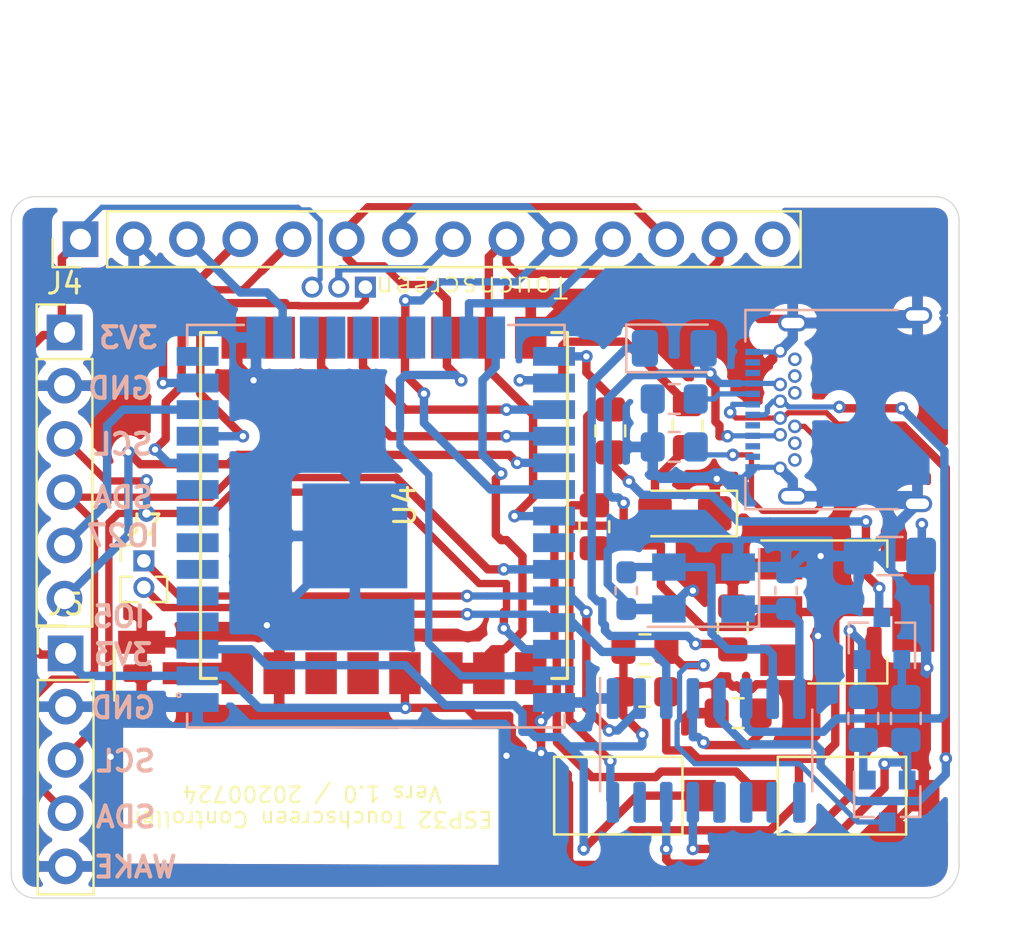
<source format=kicad_pcb>
(kicad_pcb (version 20171130) (host pcbnew "(5.1.6)-1")
  (layers (0 F.Cu signal) (31 B.Cu signal) (34 B.Paste user) (35 F.Paste user) (36 B.SilkS user) (37 F.SilkS user) (38 B.Mask user) (39 F.Mask user) (44 Edge.Cuts user))
  (net 0 "")
  (net 1 GND)
  (net 2 "Net-(C1-Pad1)")
  (net 3 "Net-(C2-Pad1)")
  (net 4 "Net-(C3-Pad1)")
  (net 5 "Net-(C4-Pad1)")
  (net 6 +3V3)
  (net 7 VBUS)
  (net 8 "Net-(D2-Pad2)")
  (net 9 "Net-(J1-PadB11)")
  (net 10 "Net-(J1-PadB10)")
  (net 11 "Net-(J1-PadB8)")
  (net 12 "Net-(J1-PadB5)")
  (net 13 "Net-(J1-PadB3)")
  (net 14 "Net-(J1-PadB2)")
  (net 15 D-)
  (net 16 D+)
  (net 17 "Net-(J1-PadA11)")
  (net 18 "Net-(J1-PadA8)")
  (net 19 "Net-(J1-PadA10)")
  (net 20 "Net-(J1-PadA5)")
  (net 21 "Net-(J1-PadA3)")
  (net 22 "Net-(J1-PadA2)")
  (net 23 "Net-(J2-Pad3)")
  (net 24 "Net-(J3-Pad14)")
  (net 25 ESP_MISO)
  (net 26 ESP_MOSI)
  (net 27 TOUCH_CS)
  (net 28 ESP_SCK)
  (net 29 TFT_LED)
  (net 30 TFT_DC)
  (net 31 TFT_RESET)
  (net 32 TFT_CS)
  (net 33 ESP_SCL)
  (net 34 ESP_SDA)
  (net 35 "Net-(Q1-Pad3)")
  (net 36 "Net-(Q1-Pad2)")
  (net 37 "Net-(Q1-Pad1)")
  (net 38 "Net-(Q2-Pad3)")
  (net 39 "Net-(Q2-Pad2)")
  (net 40 "Net-(Q2-Pad1)")
  (net 41 RST)
  (net 42 FLASH)
  (net 43 "Net-(R10-Pad2)")
  (net 44 "Net-(U2-Pad15)")
  (net 45 "Net-(U2-Pad12)")
  (net 46 "Net-(U2-Pad11)")
  (net 47 "Net-(U2-Pad10)")
  (net 48 "Net-(U2-Pad9)")
  (net 49 RXD)
  (net 50 TXD)
  (net 51 LoRa_NSS)
  (net 52 LoRa_RST)
  (net 53 "Net-(U3-Pad32)")
  (net 54 LoRa_INT)
  (net 55 "Net-(U3-Pad22)")
  (net 56 "Net-(U3-Pad21)")
  (net 57 "Net-(U3-Pad20)")
  (net 58 "Net-(U3-Pad19)")
  (net 59 "Net-(U3-Pad18)")
  (net 60 "Net-(U3-Pad17)")
  (net 61 "Net-(U3-Pad14)")
  (net 62 "Net-(U3-Pad7)")
  (net 63 "Net-(U3-Pad6)")
  (net 64 "Net-(U3-Pad5)")
  (net 65 "Net-(U3-Pad4)")
  (net 66 "Net-(U4-Pad7)")
  (net 67 "Net-(U4-Pad11)")
  (net 68 "Net-(U4-Pad12)")
  (net 69 "Net-(U4-Pad16)")
  (net 70 LED)
  (net 71 IO5)
  (net 72 IO27)
  (net 73 "Net-(U3-Pad8)")
  (net 74 CCS_WAKE)
  (module Connector_PinHeader_1.27mm:PinHeader_1x02_P1.27mm_Vertical (layer F.Cu) (at 93.4466 75.1586)
    (fp_text reference J7 (at 0 -1.695) (layer F.SilkS))
    (fp_text value RS485)
    (pad 2 thru_hole oval (at 0 1.27) (size 1 1) (drill 0.65) (layers *.Cu *.Mask) (net 49 RXD))
    (pad 1 thru_hole rect (at 0 0) (size 1 1) (drill 0.65) (layers *.Cu *.Mask) (net 50 TXD))
  )
  (module Connector_PinHeader_2.54mm:PinHeader_1x05_P2.54mm_Vertical (layer F.Cu) (at 89.71534 79.57312)
    (fp_text reference J5 (at 0 -2.33) (layer F.SilkS))
    (fp_text value CCS811)
    (pad 5 thru_hole oval (at 0 10.16) (size 1.7 1.7) (drill 1) (layers *.Cu *.Mask) (net 1 GND))
    (pad 4 thru_hole oval (at 0 7.62) (size 1.7 1.7) (drill 1) (layers *.Cu *.Mask) (net 34 ESP_SDA))
    (pad 3 thru_hole oval (at 0 5.08) (size 1.7 1.7) (drill 1) (layers *.Cu *.Mask) (net 33 ESP_SCL))
    (pad 2 thru_hole oval (at 0 2.54) (size 1.7 1.7) (drill 1) (layers *.Cu *.Mask) (net 1 GND))
    (pad 1 thru_hole rect (at 0 0) (size 1.7 1.7) (drill 1) (layers *.Cu *.Mask) (net 6 +3V3))
  )
  (module Connector_PinHeader_2.54mm:PinHeader_1x06_P2.54mm_Vertical (layer F.Cu) (at 89.662 64.262)
    (fp_text reference J4 (at 0 -2.33) (layer F.SilkS))
    (fp_text value BME280)
    (pad 6 thru_hole oval (at 0 12.7) (size 1.7 1.7) (drill 1) (layers *.Cu *.Mask) (net 71 IO5))
    (pad 5 thru_hole oval (at 0 10.16) (size 1.7 1.7) (drill 1) (layers *.Cu *.Mask) (net 72 IO27))
    (pad 4 thru_hole oval (at 0 7.62) (size 1.7 1.7) (drill 1) (layers *.Cu *.Mask) (net 34 ESP_SDA))
    (pad 3 thru_hole oval (at 0 5.08) (size 1.7 1.7) (drill 1) (layers *.Cu *.Mask) (net 33 ESP_SCL))
    (pad 2 thru_hole oval (at 0 2.54) (size 1.7 1.7) (drill 1) (layers *.Cu *.Mask) (net 1 GND))
    (pad 1 thru_hole rect (at 0 0) (size 1.7 1.7) (drill 1) (layers *.Cu *.Mask) (net 6 +3V3))
  )
  (module Connector_PinHeader_1.27mm:PinHeader_1x03_P1.27mm_Vertical (layer F.Cu) (at 104.013 62.103 270)
    (fp_text reference J6 hide)
    (fp_text value LED_SWITCH)
    (pad 3 thru_hole oval (at 0 2.54 270) (size 1 1) (drill 0.65) (layers *.Cu *.Mask) (net 6 +3V3))
    (pad 2 thru_hole oval (at 0 1.27 270) (size 1 1) (drill 0.65) (layers *.Cu *.Mask) (net 70 LED))
    (pad 1 thru_hole rect (at 0 0 270) (size 1 1) (drill 0.65) (layers *.Cu *.Mask) (net 29 TFT_LED))
  )
  (module Crystal:Crystal_SMD_5032-4Pin_5.0x3.2mm (layer B.Cu) (at 120.142 76.454 180)
    (fp_text reference Y1 hide)
    (fp_text value 8Mhz)
    (pad 4 smd rect (at -1.65 1 180) (size 1.6 1.3) (layers B.Cu B.Paste B.Mask) (net 1 GND))
    (pad 3 smd rect (at 1.65 1 180) (size 1.6 1.3) (layers B.Cu B.Paste B.Mask) (net 4 "Net-(C3-Pad1)"))
    (pad 2 smd rect (at 1.65 -1 180) (size 1.6 1.3) (layers B.Cu B.Paste B.Mask) (net 1 GND))
    (pad 1 smd rect (at -1.65 -1 180) (size 1.6 1.3) (layers B.Cu B.Paste B.Mask) (net 3 "Net-(C2-Pad1)"))
  )
  (module Resistor_SMD:R_0805_2012Metric_Pad1.15x1.40mm_HandSolder (layer F.Cu) (at 115.697 68.961 90)
    (fp_text reference R6 hide)
    (fp_text value 10k)
    (pad 2 smd roundrect (at 1.025 0 90) (size 1.15 1.4) (layers F.Cu F.Paste F.Mask) (roundrect_rratio 0.217391) (net 42 FLASH))
    (pad 1 smd roundrect (at -1.025 0 90) (size 1.15 1.4) (layers F.Cu F.Paste F.Mask) (roundrect_rratio 0.217391) (net 38 "Net-(Q2-Pad3)"))
  )
  (module Button_Switch_SMD:SW_SPST_CK_RS282G05A3 (layer F.Cu) (at 126.746 86.36)
    (fp_text reference SW2 hide)
    (fp_text value FLASH)
    (pad 2 smd rect (at 3.9 0) (size 1.5 1.5) (layers F.Cu F.Paste F.Mask) (net 1 GND))
    (pad 1 smd rect (at -3.9 0) (size 1.5 1.5) (layers F.Cu F.Paste F.Mask) (net 42 FLASH))
  )
  (module Button_Switch_SMD:SW_SPST_CK_RS282G05A3 (layer F.Cu) (at 116.078 86.36)
    (fp_text reference SW1 hide)
    (fp_text value RST)
    (pad 2 smd rect (at 3.9 0) (size 1.5 1.5) (layers F.Cu F.Paste F.Mask) (net 41 RST))
    (pad 1 smd rect (at -3.9 0) (size 1.5 1.5) (layers F.Cu F.Paste F.Mask) (net 1 GND))
  )
  (module RF_Module:Ai-Thinker-Ra-01-LoRa (layer F.Cu) (at 104.902 72.517 270)
    (fp_text reference U4 (at 0 -1 90) (layer F.SilkS))
    (fp_text value RFM95W-868S2)
    (pad 1 smd rect (at -8 -7 270) (size 2 1.5) (layers F.Cu F.Paste F.Mask) (net 1 GND))
    (pad 2 smd rect (at -8 -5 270) (size 2 1.5) (layers F.Cu F.Paste F.Mask) (net 25 ESP_MISO))
    (pad 3 smd rect (at -8 -3 270) (size 2 1.5) (layers F.Cu F.Paste F.Mask) (net 26 ESP_MOSI))
    (pad 4 smd rect (at -8 -1 270) (size 2 1.5) (layers F.Cu F.Paste F.Mask) (net 28 ESP_SCK))
    (pad 5 smd rect (at -8 1 270) (size 2 1.5) (layers F.Cu F.Paste F.Mask) (net 51 LoRa_NSS))
    (pad 6 smd rect (at -8 3 270) (size 2 1.5) (layers F.Cu F.Paste F.Mask) (net 52 LoRa_RST))
    (pad 7 smd rect (at -8 5 270) (size 2 1.5) (layers F.Cu F.Paste F.Mask) (net 66 "Net-(U4-Pad7)"))
    (pad 8 smd rect (at -8 7 270) (size 2 1.5) (layers F.Cu F.Paste F.Mask) (net 1 GND))
    (pad 9 smd rect (at 8 7 270) (size 2 1.5) (layers F.Cu F.Paste F.Mask) (net 23 "Net-(J2-Pad3)"))
    (pad 10 smd rect (at 8 5 270) (size 2 1.5) (layers F.Cu F.Paste F.Mask) (net 1 GND))
    (pad 11 smd rect (at 8 3 270) (size 2 1.5) (layers F.Cu F.Paste F.Mask) (net 67 "Net-(U4-Pad11)"))
    (pad 12 smd rect (at 8 1 270) (size 2 1.5) (layers F.Cu F.Paste F.Mask) (net 68 "Net-(U4-Pad12)"))
    (pad 13 smd rect (at 8 -1 270) (size 2 1.5) (layers F.Cu F.Paste F.Mask) (net 6 +3V3))
    (pad 14 smd rect (at 8 -3 270) (size 2 1.5) (layers F.Cu F.Paste F.Mask) (net 54 LoRa_INT))
    (pad 15 smd rect (at 8 -5 270) (size 2 1.5) (layers F.Cu F.Paste F.Mask) (net 54 LoRa_INT))
    (pad 16 smd rect (at 8 -7 270) (size 2 1.5) (layers F.Cu F.Paste F.Mask) (net 69 "Net-(U4-Pad16)"))
  )
  (module ESP32_wroom:ESP32-WROOM-32 (layer B.Cu) (at 96.012 81.915)
    (fp_text reference U3 hide)
    (fp_text value ESP32-WROOM-32 hide)
    (pad 39 smd rect (at 7.50218 -7.94563) (size 5 5) (layers B.Cu B.Paste B.Mask) (net 1 GND))
    (pad 25 smd rect (at 16.9987 -16.5112) (size 2 0.9) (layers B.Cu B.Paste B.Mask) (net 42 FLASH))
    (pad 26 smd rect (at 16.999 -15.2385) (size 2 0.9) (layers B.Cu B.Paste B.Mask) (net 43 "Net-(R10-Pad2)"))
    (pad 27 smd rect (at 17.001 -13.9708) (size 2 0.9) (layers B.Cu B.Paste B.Mask) (net 51 LoRa_NSS))
    (pad 28 smd rect (at 16.9994 -12.7018) (size 2 0.9) (layers B.Cu B.Paste B.Mask) (net 52 LoRa_RST))
    (pad 29 smd rect (at 16.9975 -11.4323) (size 2 0.9) (layers B.Cu B.Paste B.Mask) (net 71 IO5))
    (pad 30 smd rect (at 16.9993 -10.1611) (size 2 0.9) (layers B.Cu B.Paste B.Mask) (net 28 ESP_SCK))
    (pad 31 smd rect (at 17.0019 -8.89133) (size 2 0.9) (layers B.Cu B.Paste B.Mask) (net 25 ESP_MISO))
    (pad 32 smd rect (at 17.0005 -7.62233) (size 2 0.9) (layers B.Cu B.Paste B.Mask) (net 53 "Net-(U3-Pad32)"))
    (pad 33 smd rect (at 17 -6.35) (size 2 0.9) (layers B.Cu B.Paste B.Mask) (net 34 ESP_SDA))
    (pad 34 smd rect (at 17 -5.08) (size 2 0.9) (layers B.Cu B.Paste B.Mask) (net 50 TXD))
    (pad 35 smd rect (at 17 -3.81) (size 2 0.9) (layers B.Cu B.Paste B.Mask) (net 49 RXD))
    (pad 36 smd rect (at 17 -2.54) (size 2 0.9) (layers B.Cu B.Paste B.Mask) (net 33 ESP_SCL))
    (pad 37 smd rect (at 17 -1.27) (size 2 0.9) (layers B.Cu B.Paste B.Mask) (net 26 ESP_MOSI))
    (pad 38 smd rect (at 17 0) (size 2 0.9) (layers B.Cu B.Paste B.Mask) (net 1 GND))
    (pad 24 smd rect (at 14.215 -17.41) (size 0.9 2) (layers B.Cu B.Paste B.Mask) (net 54 LoRa_INT))
    (pad 23 smd rect (at 12.945 -17.41) (size 0.9 2) (layers B.Cu B.Paste B.Mask) (net 27 TOUCH_CS))
    (pad 22 smd rect (at 11.675 -17.41) (size 0.9 2) (layers B.Cu B.Paste B.Mask) (net 55 "Net-(U3-Pad22)"))
    (pad 21 smd rect (at 10.405 -17.41) (size 0.9 2) (layers B.Cu B.Paste B.Mask) (net 56 "Net-(U3-Pad21)"))
    (pad 20 smd rect (at 9.135 -17.41) (size 0.9 2) (layers B.Cu B.Paste B.Mask) (net 57 "Net-(U3-Pad20)"))
    (pad 19 smd rect (at 7.865 -17.41) (size 0.9 2) (layers B.Cu B.Paste B.Mask) (net 58 "Net-(U3-Pad19)"))
    (pad 18 smd rect (at 6.595 -17.41) (size 0.9 2) (layers B.Cu B.Paste B.Mask) (net 59 "Net-(U3-Pad18)"))
    (pad 17 smd rect (at 5.325 -17.41) (size 0.9 2) (layers B.Cu B.Paste B.Mask) (net 60 "Net-(U3-Pad17)"))
    (pad 16 smd rect (at 4.055 -17.41) (size 0.9 2) (layers B.Cu B.Paste B.Mask) (net 32 TFT_CS))
    (pad 15 smd rect (at 2.785 -17.41) (size 0.9 2) (layers B.Cu B.Paste B.Mask) (net 1 GND))
    (pad 14 smd rect (at 0 -16.51) (size 2 0.9) (layers B.Cu B.Paste B.Mask) (net 61 "Net-(U3-Pad14)"))
    (pad 13 smd rect (at 0 -15.24) (size 2 0.9) (layers B.Cu B.Paste B.Mask) (net 31 TFT_RESET))
    (pad 12 smd rect (at 0 -13.97) (size 2 0.9) (layers B.Cu B.Paste B.Mask) (net 72 IO27))
    (pad 11 smd rect (at 0 -12.7) (size 2 0.9) (layers B.Cu B.Paste B.Mask) (net 29 TFT_LED))
    (pad 10 smd rect (at 0 -11.43) (size 2 0.9) (layers B.Cu B.Paste B.Mask) (net 30 TFT_DC))
    (pad 9 smd rect (at 0 -10.16) (size 2 0.9) (layers B.Cu B.Paste B.Mask) (net 74 CCS_WAKE))
    (pad 8 smd rect (at 0 -8.89) (size 2 0.9) (layers B.Cu B.Paste B.Mask) (net 73 "Net-(U3-Pad8)"))
    (pad 7 smd rect (at 0 -7.62) (size 2 0.9) (layers B.Cu B.Paste B.Mask) (net 62 "Net-(U3-Pad7)"))
    (pad 6 smd rect (at 0 -6.35) (size 2 0.9) (layers B.Cu B.Paste B.Mask) (net 63 "Net-(U3-Pad6)"))
    (pad 5 smd rect (at 0 -5.08) (size 2 0.9) (layers B.Cu B.Paste B.Mask) (net 64 "Net-(U3-Pad5)"))
    (pad 4 smd rect (at 0 -3.84) (size 2 0.9) (layers B.Cu B.Paste B.Mask) (net 65 "Net-(U3-Pad4)"))
    (pad 3 smd rect (at -0.01 -2.54) (size 2 0.9) (layers B.Cu B.Paste B.Mask) (net 41 RST))
    (pad 2 smd rect (at 0 -1.27) (size 2 0.9) (layers B.Cu B.Paste B.Mask) (net 6 +3V3))
    (pad 1 smd rect (at 0 0) (size 2 0.9) (layers B.Cu B.Paste B.Mask) (net 1 GND))
  )
  (module Package_SO:SOIC-16_3.9x9.9mm_P1.27mm (layer B.Cu) (at 120.269 84.201 270)
    (fp_text reference U2 hide)
    (fp_text value CH340G/C)
    (pad 16 smd roundrect (at 2.475 4.445 270) (size 1.95 0.6) (layers B.Cu B.Paste B.Mask) (net 7 VBUS))
    (pad 15 smd roundrect (at 2.475 3.175 270) (size 1.95 0.6) (layers B.Cu B.Paste B.Mask) (net 44 "Net-(U2-Pad15)"))
    (pad 14 smd roundrect (at 2.475 1.905 270) (size 1.95 0.6) (layers B.Cu B.Paste B.Mask) (net 36 "Net-(Q1-Pad2)"))
    (pad 13 smd roundrect (at 2.475 0.635 270) (size 1.95 0.6) (layers B.Cu B.Paste B.Mask) (net 39 "Net-(Q2-Pad2)"))
    (pad 12 smd roundrect (at 2.475 -0.635 270) (size 1.95 0.6) (layers B.Cu B.Paste B.Mask) (net 45 "Net-(U2-Pad12)"))
    (pad 11 smd roundrect (at 2.475 -1.905 270) (size 1.95 0.6) (layers B.Cu B.Paste B.Mask) (net 46 "Net-(U2-Pad11)"))
    (pad 10 smd roundrect (at 2.475 -3.175 270) (size 1.95 0.6) (layers B.Cu B.Paste B.Mask) (net 47 "Net-(U2-Pad10)"))
    (pad 9 smd roundrect (at 2.475 -4.445 270) (size 1.95 0.6) (layers B.Cu B.Paste B.Mask) (net 48 "Net-(U2-Pad9)"))
    (pad 8 smd roundrect (at -2.475 -4.445 270) (size 1.95 0.6) (layers B.Cu B.Paste B.Mask) (net 3 "Net-(C2-Pad1)"))
    (pad 7 smd roundrect (at -2.475 -3.175 270) (size 1.95 0.6) (layers B.Cu B.Paste B.Mask) (net 4 "Net-(C3-Pad1)"))
    (pad 6 smd roundrect (at -2.475 -1.905 270) (size 1.95 0.6) (layers B.Cu B.Paste B.Mask) (net 15 D-))
    (pad 5 smd roundrect (at -2.475 -0.635 270) (size 1.95 0.6) (layers B.Cu B.Paste B.Mask) (net 16 D+))
    (pad 4 smd roundrect (at -2.475 0.635 270) (size 1.95 0.6) (layers B.Cu B.Paste B.Mask) (net 2 "Net-(C1-Pad1)"))
    (pad 3 smd roundrect (at -2.475 1.905 270) (size 1.95 0.6) (layers B.Cu B.Paste B.Mask) (net 49 RXD))
    (pad 2 smd roundrect (at -2.475 3.175 270) (size 1.95 0.6) (layers B.Cu B.Paste B.Mask) (net 50 TXD))
    (pad 1 smd roundrect (at -2.475 4.445 270) (size 1.95 0.6) (layers B.Cu B.Paste B.Mask) (net 1 GND))
  )
  (module Package_TO_SOT_SMD:SOT-223-3_TabPin2 (layer F.Cu) (at 127 77.597)
    (fp_text reference U1 hide)
    (fp_text value LD1117S33TR_SOT223)
    (pad 1 smd rect (at -3.15 -2.3) (size 2 1.5) (layers F.Cu F.Paste F.Mask) (net 1 GND))
    (pad 3 smd rect (at -3.15 2.3) (size 2 1.5) (layers F.Cu F.Paste F.Mask) (net 5 "Net-(C4-Pad1)"))
    (pad 2 smd rect (at -3.15 0) (size 2 1.5) (layers F.Cu F.Paste F.Mask) (net 6 +3V3))
    (pad 2 smd rect (at 3.15 0) (size 2 3.8) (layers F.Cu F.Paste F.Mask) (net 6 +3V3))
  )
  (module Resistor_SMD:R_0805_2012Metric_Pad1.15x1.40mm_HandSolder (layer F.Cu) (at 119.38 68.707 90)
    (fp_text reference R10 hide)
    (fp_text value 100)
    (pad 2 smd roundrect (at 1.025 0 90) (size 1.15 1.4) (layers F.Cu F.Paste F.Mask) (roundrect_rratio 0.217391) (net 43 "Net-(R10-Pad2)"))
    (pad 1 smd roundrect (at -1.025 0 90) (size 1.15 1.4) (layers F.Cu F.Paste F.Mask) (roundrect_rratio 0.217391) (net 8 "Net-(D2-Pad2)"))
  )
  (module Resistor_SMD:R_0805_2012Metric_Pad1.15x1.40mm_HandSolder (layer F.Cu) (at 114.935 73.533 90)
    (fp_text reference R8 hide)
    (fp_text value 10k)
    (pad 2 smd roundrect (at 1.025 0 90) (size 1.15 1.4) (layers F.Cu F.Paste F.Mask) (roundrect_rratio 0.217391) (net 42 FLASH))
    (pad 1 smd roundrect (at -1.025 0 90) (size 1.15 1.4) (layers F.Cu F.Paste F.Mask) (roundrect_rratio 0.217391) (net 6 +3V3))
  )
  (module Resistor_SMD:R_0805_2012Metric_Pad1.15x1.40mm_HandSolder (layer F.Cu) (at 117.339 81.407 180)
    (fp_text reference R7 hide)
    (fp_text value 10k)
    (pad 2 smd roundrect (at 1.025 0 180) (size 1.15 1.4) (layers F.Cu F.Paste F.Mask) (roundrect_rratio 0.217391) (net 41 RST))
    (pad 1 smd roundrect (at -1.025 0 180) (size 1.15 1.4) (layers F.Cu F.Paste F.Mask) (roundrect_rratio 0.217391) (net 6 +3V3))
  )
  (module Resistor_SMD:R_0805_2012Metric_Pad1.15x1.40mm_HandSolder (layer F.Cu) (at 117.348 79.375)
    (fp_text reference R5 hide)
    (fp_text value 10k)
    (pad 2 smd roundrect (at 1.025 0) (size 1.15 1.4) (layers F.Cu F.Paste F.Mask) (roundrect_rratio 0.217391) (net 35 "Net-(Q1-Pad3)"))
    (pad 1 smd roundrect (at -1.025 0) (size 1.15 1.4) (layers F.Cu F.Paste F.Mask) (roundrect_rratio 0.217391) (net 41 RST))
  )
  (module Resistor_SMD:R_0805_2012Metric_Pad1.15x1.40mm_HandSolder (layer B.Cu) (at 129.794 82.677 270)
    (fp_text reference R4 hide)
    (fp_text value 12k)
    (pad 2 smd roundrect (at 1.025 0 270) (size 1.15 1.4) (layers B.Cu B.Paste B.Mask) (roundrect_rratio 0.217391) (net 36 "Net-(Q1-Pad2)"))
    (pad 1 smd roundrect (at -1.025 0 270) (size 1.15 1.4) (layers B.Cu B.Paste B.Mask) (roundrect_rratio 0.217391) (net 40 "Net-(Q2-Pad1)"))
  )
  (module Resistor_SMD:R_0805_2012Metric_Pad1.15x1.40mm_HandSolder (layer B.Cu) (at 127.762 82.677 90)
    (fp_text reference R3 hide)
    (fp_text value 12k)
    (pad 2 smd roundrect (at 1.025 0 90) (size 1.15 1.4) (layers B.Cu B.Paste B.Mask) (roundrect_rratio 0.217391) (net 39 "Net-(Q2-Pad2)"))
    (pad 1 smd roundrect (at -1.025 0 90) (size 1.15 1.4) (layers B.Cu B.Paste B.Mask) (roundrect_rratio 0.217391) (net 37 "Net-(Q1-Pad1)"))
  )
  (module Resistor_SMD:R_0805_2012Metric_Pad1.15x1.40mm_HandSolder (layer B.Cu) (at 118.745 69.723)
    (fp_text reference R2 hide)
    (fp_text value 5.1k)
    (pad 2 smd roundrect (at 1.025 0) (size 1.15 1.4) (layers B.Cu B.Paste B.Mask) (roundrect_rratio 0.217391) (net 12 "Net-(J1-PadB5)"))
    (pad 1 smd roundrect (at -1.025 0) (size 1.15 1.4) (layers B.Cu B.Paste B.Mask) (roundrect_rratio 0.217391) (net 1 GND))
  )
  (module Resistor_SMD:R_0805_2012Metric_Pad1.15x1.40mm_HandSolder (layer B.Cu) (at 118.745 67.437)
    (fp_text reference R1 hide)
    (fp_text value 5.1k)
    (pad 2 smd roundrect (at 1.025 0) (size 1.15 1.4) (layers B.Cu B.Paste B.Mask) (roundrect_rratio 0.217391) (net 20 "Net-(J1-PadA5)"))
    (pad 1 smd roundrect (at -1.025 0) (size 1.15 1.4) (layers B.Cu B.Paste B.Mask) (roundrect_rratio 0.217391) (net 1 GND))
  )
  (module Package_TO_SOT_SMD:SOT-23 (layer B.Cu) (at 128.651 78.867 90)
    (fp_text reference Q2 hide)
    (fp_text value MMBT100)
    (pad 3 smd rect (at 1 0 90) (size 0.9 0.8) (layers B.Cu B.Paste B.Mask) (net 38 "Net-(Q2-Pad3)"))
    (pad 2 smd rect (at -1 -0.95 90) (size 0.9 0.8) (layers B.Cu B.Paste B.Mask) (net 39 "Net-(Q2-Pad2)"))
    (pad 1 smd rect (at -1 0.95 90) (size 0.9 0.8) (layers B.Cu B.Paste B.Mask) (net 40 "Net-(Q2-Pad1)"))
  )
  (module Package_TO_SOT_SMD:SOT-23 (layer B.Cu) (at 128.905 86.614 270)
    (fp_text reference Q1 hide)
    (fp_text value MMBT100)
    (pad 3 smd rect (at 1 0 270) (size 0.9 0.8) (layers B.Cu B.Paste B.Mask) (net 35 "Net-(Q1-Pad3)"))
    (pad 2 smd rect (at -1 -0.95 270) (size 0.9 0.8) (layers B.Cu B.Paste B.Mask) (net 36 "Net-(Q1-Pad2)"))
    (pad 1 smd rect (at -1 0.95 270) (size 0.9 0.8) (layers B.Cu B.Paste B.Mask) (net 37 "Net-(Q1-Pad1)"))
  )
  (module Connector_PinHeader_2.54mm:PinHeader_1x14_P2.54mm_Vertical (layer F.Cu) (at 90.424 59.817 90)
    (fp_text reference J3 hide)
    (fp_text value "2.8 Inch TFT Touch 240x320 ")
    (pad 1 thru_hole rect (at 0 0 90) (size 1.7 1.7) (drill 1) (layers *.Cu *.Mask) (net 6 +3V3))
    (pad 2 thru_hole oval (at 0 2.54 90) (size 1.7 1.7) (drill 1) (layers *.Cu *.Mask) (net 1 GND))
    (pad 3 thru_hole oval (at 0 5.08 90) (size 1.7 1.7) (drill 1) (layers *.Cu *.Mask) (net 32 TFT_CS))
    (pad 4 thru_hole oval (at 0 7.62 90) (size 1.7 1.7) (drill 1) (layers *.Cu *.Mask) (net 31 TFT_RESET))
    (pad 5 thru_hole oval (at 0 10.16 90) (size 1.7 1.7) (drill 1) (layers *.Cu *.Mask) (net 30 TFT_DC))
    (pad 6 thru_hole oval (at 0 12.7 90) (size 1.7 1.7) (drill 1) (layers *.Cu *.Mask) (net 26 ESP_MOSI))
    (pad 7 thru_hole oval (at 0 15.24 90) (size 1.7 1.7) (drill 1) (layers *.Cu *.Mask) (net 28 ESP_SCK))
    (pad 8 thru_hole oval (at 0 17.78 90) (size 1.7 1.7) (drill 1) (layers *.Cu *.Mask) (net 70 LED))
    (pad 9 thru_hole oval (at 0 20.32 90) (size 1.7 1.7) (drill 1) (layers *.Cu *.Mask) (net 25 ESP_MISO))
    (pad 10 thru_hole oval (at 0 22.86 90) (size 1.7 1.7) (drill 1) (layers *.Cu *.Mask) (net 28 ESP_SCK))
    (pad 11 thru_hole oval (at 0 25.4 90) (size 1.7 1.7) (drill 1) (layers *.Cu *.Mask) (net 27 TOUCH_CS))
    (pad 12 thru_hole oval (at 0 27.94 90) (size 1.7 1.7) (drill 1) (layers *.Cu *.Mask) (net 26 ESP_MOSI))
    (pad 13 thru_hole oval (at 0 30.48 90) (size 1.7 1.7) (drill 1) (layers *.Cu *.Mask) (net 25 ESP_MISO))
    (pad 14 thru_hole oval (at 0 33.02 90) (size 1.7 1.7) (drill 1) (layers *.Cu *.Mask) (net 24 "Net-(J3-Pad14)"))
  )
  (module "U.FL-R-SMT_01_:HRS_U.FL-R-SMT(01)" (layer F.Cu) (at 93.345 80.518 90)
    (fp_text reference J2 hide)
    (fp_text value "Antenna Connector" hide)
    (pad 3 smd rect (at 0 1.55 90) (size 1.05 1.1) (layers F.Cu F.Paste F.Mask) (net 23 "Net-(J2-Pad3)"))
    (pad 2 smd rect (at 1.475 0 90) (size 1.1 2.25) (layers F.Cu F.Paste F.Mask) (net 1 GND))
    (pad 1 smd rect (at -1.475 0 90) (size 1.1 2.25) (layers F.Cu F.Paste F.Mask) (net 1 GND))
  )
  (module Connector_USB:USB_C_Receptacle_Amphenol_12401548E4-2A (layer B.Cu) (at 127.508 67.945 270)
    (fp_text reference J1 hide)
    (fp_text value "USB C Receiver")
    (pad B11 thru_hole circle (at -2.4 3.01 270) (size 0.65 0.65) (drill 0.4) (layers *.Cu *.Mask) (net 9 "Net-(J1-PadB11)"))
    (pad B10 thru_hole circle (at -1.6 3.01 270) (size 0.65 0.65) (drill 0.4) (layers *.Cu *.Mask) (net 10 "Net-(J1-PadB10)"))
    (pad B8 thru_hole circle (at -0.8 3.01 270) (size 0.65 0.65) (drill 0.4) (layers *.Cu *.Mask) (net 11 "Net-(J1-PadB8)"))
    (pad B5 thru_hole circle (at 0.8 3.01 270) (size 0.65 0.65) (drill 0.4) (layers *.Cu *.Mask) (net 12 "Net-(J1-PadB5)"))
    (pad B3 thru_hole circle (at 1.6 3.01 270) (size 0.65 0.65) (drill 0.4) (layers *.Cu *.Mask) (net 13 "Net-(J1-PadB3)"))
    (pad B2 thru_hole circle (at 2.4 3.01 270) (size 0.65 0.65) (drill 0.4) (layers *.Cu *.Mask) (net 14 "Net-(J1-PadB2)"))
    (pad B12 thru_hole circle (at -2.8 3.71 270) (size 0.65 0.65) (drill 0.4) (layers *.Cu *.Mask) (net 1 GND))
    (pad B9 thru_hole circle (at -1.2 3.71 270) (size 0.65 0.65) (drill 0.4) (layers *.Cu *.Mask) (net 7 VBUS))
    (pad B7 thru_hole circle (at -0.4 3.71 270) (size 0.65 0.65) (drill 0.4) (layers *.Cu *.Mask) (net 15 D-))
    (pad B6 thru_hole circle (at 0.4 3.71 270) (size 0.65 0.65) (drill 0.4) (layers *.Cu *.Mask) (net 16 D+))
    (pad B4 thru_hole circle (at 1.2 3.71 270) (size 0.65 0.65) (drill 0.4) (layers *.Cu *.Mask) (net 7 VBUS))
    (pad B1 thru_hole circle (at 2.8 3.71 270) (size 0.65 0.65) (drill 0.4) (layers *.Cu *.Mask) (net 1 GND))
    (pad "" np_thru_hole circle (at -3.6 4.36 270) (size 0.65 0.65) (drill 0.65) (layers *.Cu *.Mask))
    (pad "" np_thru_hole oval (at 3.6 4.36 270) (size 0.95 0.65) (drill oval 0.95 0.65) (layers *.Cu *.Mask))
    (pad S1 thru_hole oval (at -4.49 -2.84 270) (size 0.8 1.4) (drill oval 0.5 1.1) (layers *.Cu *.Mask) (net 1 GND))
    (pad S1 thru_hole oval (at 4.49 -2.84 270) (size 0.8 1.4) (drill oval 0.5 1.1) (layers *.Cu *.Mask) (net 1 GND))
    (pad S1 thru_hole oval (at 4.13 3.11 270) (size 0.8 1.4) (drill oval 0.5 1.1) (layers *.Cu *.Mask) (net 1 GND))
    (pad A11 smd rect (at 2.25 5.02 270) (size 0.3 0.7) (layers B.Cu B.Paste B.Mask) (net 17 "Net-(J1-PadA11)"))
    (pad A8 smd rect (at 0.75 5.02 270) (size 0.3 0.7) (layers B.Cu B.Paste B.Mask) (net 18 "Net-(J1-PadA8)"))
    (pad A9 smd rect (at 1.25 5.02 270) (size 0.3 0.7) (layers B.Cu B.Paste B.Mask) (net 7 VBUS))
    (pad A10 smd rect (at 1.75 5.02 270) (size 0.3 0.7) (layers B.Cu B.Paste B.Mask) (net 19 "Net-(J1-PadA10)"))
    (pad A12 smd rect (at 2.75 5.02 270) (size 0.3 0.7) (layers B.Cu B.Paste B.Mask) (net 1 GND))
    (pad A7 smd rect (at 0.25 5.02 270) (size 0.3 0.7) (layers B.Cu B.Paste B.Mask) (net 15 D-))
    (pad A6 smd rect (at -0.25 5.02 270) (size 0.3 0.7) (layers B.Cu B.Paste B.Mask) (net 16 D+))
    (pad A5 smd rect (at -0.75 5.02 270) (size 0.3 0.7) (layers B.Cu B.Paste B.Mask) (net 20 "Net-(J1-PadA5)"))
    (pad A4 smd rect (at -1.25 5.02 270) (size 0.3 0.7) (layers B.Cu B.Paste B.Mask) (net 7 VBUS))
    (pad A3 smd rect (at -1.75 5.02 270) (size 0.3 0.7) (layers B.Cu B.Paste B.Mask) (net 21 "Net-(J1-PadA3)"))
    (pad A2 smd rect (at -2.25 5.02 270) (size 0.3 0.7) (layers B.Cu B.Paste B.Mask) (net 22 "Net-(J1-PadA2)"))
    (pad A1 smd rect (at -2.75 5.02 270) (size 0.3 0.7) (layers B.Cu B.Paste B.Mask) (net 1 GND))
    (pad S1 thru_hole oval (at -4.13 3.11 270) (size 0.8 1.4) (drill oval 0.5 1.1) (layers *.Cu *.Mask) (net 1 GND))
  )
  (module LED_SMD:LED_1206_3216Metric_Castellated (layer F.Cu) (at 119.253 72.898 180)
    (fp_text reference D2 hide)
    (fp_text value LED_ORG)
    (pad 2 smd roundrect (at 1.425 0 180) (size 1.6 1.65) (layers F.Cu F.Paste F.Mask) (roundrect_rratio 0.15625) (net 8 "Net-(D2-Pad2)"))
    (pad 1 smd roundrect (at -1.425 0 180) (size 1.6 1.65) (layers F.Cu F.Paste F.Mask) (roundrect_rratio 0.15625) (net 1 GND))
  )
  (module Diode_SMD:D_1206_3216Metric (layer B.Cu) (at 118.745 65.024)
    (fp_text reference D1 hide)
    (fp_text value D_Schottky)
    (pad 2 smd roundrect (at 1.4 0) (size 1.25 1.75) (layers B.Cu B.Paste B.Mask) (roundrect_rratio 0.2) (net 7 VBUS))
    (pad 1 smd roundrect (at -1.4 0) (size 1.25 1.75) (layers B.Cu B.Paste B.Mask) (roundrect_rratio 0.2) (net 5 "Net-(C4-Pad1)"))
  )
  (module Capacitor_SMD:C_1206_3216Metric_Pad1.42x1.75mm_HandSolder (layer B.Cu) (at 129.032 74.93 180)
    (fp_text reference C5 hide)
    (fp_text value 10uF)
    (pad 2 smd roundrect (at 1.4875 0 180) (size 1.425 1.75) (layers B.Cu B.Paste B.Mask) (roundrect_rratio 0.175439) (net 1 GND))
    (pad 1 smd roundrect (at -1.4875 0 180) (size 1.425 1.75) (layers B.Cu B.Paste B.Mask) (roundrect_rratio 0.175439) (net 6 +3V3))
  )
  (module Capacitor_SMD:C_0805_2012Metric_Pad1.15x1.40mm_HandSolder (layer F.Cu) (at 121.539 78.359 90)
    (fp_text reference C4 hide)
    (fp_text value 100nF)
    (pad 2 smd roundrect (at 1.025 0 90) (size 1.15 1.4) (layers F.Cu F.Paste F.Mask) (roundrect_rratio 0.217391) (net 1 GND))
    (pad 1 smd roundrect (at -1.025 0 90) (size 1.15 1.4) (layers F.Cu F.Paste F.Mask) (roundrect_rratio 0.217391) (net 5 "Net-(C4-Pad1)"))
  )
  (module Capacitor_SMD:C_0603_1608Metric_Pad1.05x0.95mm_HandSolder (layer B.Cu) (at 116.459 76.581 270)
    (fp_text reference C3 hide)
    (fp_text value 22pF)
    (pad 2 smd roundrect (at 0.875 0 270) (size 1.05 0.95) (layers B.Cu B.Paste B.Mask) (net 1 GND))
    (pad 1 smd roundrect (at -0.875 0 270) (size 1.05 0.95) (layers B.Cu B.Paste B.Mask) (net 4 "Net-(C3-Pad1)"))
  )
  (module Capacitor_SMD:C_0603_1608Metric_Pad1.05x0.95mm_HandSolder (layer B.Cu) (at 124.079 76.581 90)
    (fp_text reference C2 hide)
    (fp_text value 22pF)
    (pad 2 smd roundrect (at 0.875 0 90) (size 1.05 0.95) (layers B.Cu B.Paste B.Mask) (net 1 GND))
    (pad 1 smd roundrect (at -0.875 0 90) (size 1.05 0.95) (layers B.Cu B.Paste B.Mask) (net 3 "Net-(C2-Pad1)"))
  )
  (module Capacitor_SMD:C_0805_2012Metric_Pad1.15x1.40mm_HandSolder (layer F.Cu) (at 121.793 82.423 180)
    (fp_text reference C1 hide)
    (fp_text value 100nF)
    (pad 2 smd roundrect (at 1.025 0 180) (size 1.15 1.4) (layers F.Cu F.Paste F.Mask) (roundrect_rratio 0.217391) (net 1 GND))
    (pad 1 smd roundrect (at -1.025 0 180) (size 1.15 1.4) (layers F.Cu F.Paste F.Mask) (roundrect_rratio 0.217391) (net 2 "Net-(C1-Pad1)"))
  )
  (gr_text WAKE (at 93.0402 89.7636) (layer B.SilkS) (effects (font (size 1 1) (thickness 0.2)) (justify mirror)))
  (gr_text Touchscreen (at 109.093 62.103 180) (layer F.SilkS) (effects (font (size 1 1) (thickness 0.1))))
  (gr_text SDA (at 92.583 87.376) (layer B.SilkS) (effects (font (size 1 1) (thickness 0.2)) (justify mirror)))
  (gr_text SCL (at 92.583 84.709) (layer B.SilkS) (effects (font (size 1 1) (thickness 0.2)) (justify mirror)))
  (gr_text GND (at 92.456 82.169) (layer B.SilkS) (effects (font (size 1 1) (thickness 0.2)) (justify mirror)))
  (gr_text 3V3 (at 92.456 79.629) (layer B.SilkS) (effects (font (size 1 1) (thickness 0.2)) (justify mirror)))
  (gr_text "IO5\n" (at 92.2528 77.8256) (layer B.SilkS) (effects (font (size 1 1) (thickness 0.2)) (justify mirror)))
  (gr_text IO27 (at 92.456 73.9648) (layer B.SilkS) (effects (font (size 1 1) (thickness 0.2)) (justify mirror)))
  (gr_text "SDA\n" (at 92.456 72.136) (layer B.SilkS) (effects (font (size 1 1) (thickness 0.2)) (justify mirror)))
  (gr_text SCL (at 92.456 69.596) (layer B.SilkS) (effects (font (size 1 1) (thickness 0.2)) (justify mirror)))
  (gr_text GND (at 92.329 66.929) (layer B.SilkS) (effects (font (size 1 1) (thickness 0.2)) (justify mirror)))
  (gr_text 3V3 (at 92.71 64.516) (layer B.SilkS) (effects (font (size 1 1) (thickness 0.2)) (justify mirror)))
  (gr_text "ESP32 Touchscreen Controller\nVers 1.0 / 20200724\n" (at 101.473 86.868 180) (layer F.SilkS) (effects (font (size 0.75 0.75) (thickness 0.1))))
  (gr_line (start 131.191 57.785) (end 88.265 57.785) (layer Edge.Cuts) (width 0.05))
  (gr_arc (start 88.265 58.928) (end 88.265 57.785) (angle -90) (layer Edge.Cuts) (width 0.05))
  (gr_arc (start 131.191 58.928) (end 132.334 58.928) (angle -90) (layer Edge.Cuts) (width 0.05))
  (gr_arc (start 130.7592 89.662) (end 130.7338 91.2368) (angle -90.92404535) (layer Edge.Cuts) (width 0.05))
  (gr_arc (start 88.265 90.09888) (end 87.122 90.0938) (angle -90.25464623) (layer Edge.Cuts) (width 0.05))
  (gr_line (start 87.122 90.0938) (end 87.122 58.928) (layer Edge.Cuts) (width 0.05))
  (gr_line (start 130.7338 91.2368) (end 88.265 91.241891) (layer Edge.Cuts) (width 0.05))
  (gr_line (start 132.334 61.595) (end 132.334 89.662) (layer Edge.Cuts) (width 0.05))
  (gr_line (start 132.334 58.928) (end 132.334 59.944) (layer Edge.Cuts) (width 0.05))
  (gr_line (start 132.334 59.944) (end 132.334 61.595) (layer Edge.Cuts) (width 0.05))
  (segment (start 122.174 80.645) (end 122.174 80.691002) (width 0.4) (layer F.Cu) (net 0))
  (segment (start 105.537 82.931) (end 110.657458 82.931) (width 0.4) (layer B.Cu) (net 1))
  (segment (start 110.657458 82.931) (end 110.744 83.017542) (width 0.4) (layer B.Cu) (net 1))
  (segment (start 110.744 83.017542) (end 110.744 84.455) (width 0.4) (layer B.Cu) (net 1))
  (segment (start 110.744 84.455) (end 110.744 84.455) (width 0.4) (layer B.Cu) (net 1))
  (segment (start 105.537 82.931) (end 98.425 82.931) (width 0.4) (layer B.Cu) (net 1))
  (via (at 110.744 84.455) (size 0.6) (drill 0.3) (layers F.Cu B.Cu) (net 1))
  (segment (start 123.748 65.195) (end 123.798 65.145) (width 0.25) (layer B.Cu) (net 1))
  (segment (start 122.488 65.195) (end 123.748 65.195) (width 0.25) (layer B.Cu) (net 1))
  (segment (start 124.398 64.545) (end 124.398 63.815) (width 0.5) (layer B.Cu) (net 1))
  (segment (start 123.798 65.145) (end 124.398 64.545) (width 0.5) (layer B.Cu) (net 1))
  (segment (start 129.988 63.815) (end 130.348 63.455) (width 0.5) (layer B.Cu) (net 1))
  (segment (start 124.398 63.815) (end 129.988 63.815) (width 0.5) (layer B.Cu) (net 1))
  (segment (start 124.398 71.345) (end 124.398 72.075) (width 0.5) (layer B.Cu) (net 1))
  (segment (start 123.798 70.745) (end 124.398 71.345) (width 0.5) (layer B.Cu) (net 1))
  (segment (start 129.988 72.075) (end 130.348 72.435) (width 0.5) (layer B.Cu) (net 1))
  (segment (start 124.398 72.075) (end 129.988 72.075) (width 0.5) (layer B.Cu) (net 1))
  (segment (start 127.853 74.93) (end 130.348 72.435) (width 0.5) (layer B.Cu) (net 1))
  (segment (start 127.5445 74.93) (end 127.853 74.93) (width 0.5) (layer B.Cu) (net 1))
  (segment (start 124.855 74.93) (end 124.079 75.706) (width 0.5) (layer B.Cu) (net 1))
  (segment (start 127.5445 74.93) (end 125.73 74.93) (width 0.5) (layer B.Cu) (net 1))
  (segment (start 123.827 75.454) (end 124.079 75.706) (width 0.5) (layer B.Cu) (net 1))
  (segment (start 121.792 75.454) (end 123.827 75.454) (width 0.5) (layer B.Cu) (net 1))
  (segment (start 117.72 67.437) (end 117.72 69.723) (width 0.5) (layer B.Cu) (net 1))
  (segment (start 125.73 74.93) (end 124.855 74.93) (width 0.5) (layer B.Cu) (net 1))
  (via (at 125.73 74.93) (size 0.6) (drill 0.3) (layers F.Cu B.Cu) (net 1))
  (segment (start 124.598 74.93) (end 124.231 75.297) (width 0.4) (layer F.Cu) (net 1))
  (segment (start 125.73 74.93) (end 124.598 74.93) (width 0.4) (layer F.Cu) (net 1))
  (segment (start 123.748 70.695) (end 123.798 70.745) (width 0.25) (layer B.Cu) (net 1))
  (segment (start 122.488 70.695) (end 123.748 70.695) (width 0.25) (layer B.Cu) (net 1))
  (segment (start 92.964 59.817) (end 92.964 63.5) (width 0.4) (layer F.Cu) (net 1))
  (segment (start 98.797 64.505) (end 97.652 64.505) (width 0.4) (layer B.Cu) (net 1))
  (segment (start 95.758 82.169) (end 96.012 81.915) (width 0.4) (layer B.Cu) (net 1))
  (segment (start 96.012 81.915) (end 95.377 81.915) (width 0.4) (layer B.Cu) (net 1))
  (segment (start 93.345 81.993) (end 93.345 79.043) (width 0.4) (layer F.Cu) (net 1))
  (segment (start 99.902 80.517) (end 99.902 78.82) (width 0.4) (layer F.Cu) (net 1))
  (segment (start 99.902 78.82) (end 99.314 78.232) (width 0.4) (layer F.Cu) (net 1))
  (segment (start 99.314 78.232) (end 99.314 78.232) (width 0.4) (layer F.Cu) (net 1))
  (segment (start 97.902 64.517) (end 97.902 65.771) (width 0.4) (layer F.Cu) (net 1))
  (segment (start 97.902 65.771) (end 98.679 66.548) (width 0.4) (layer F.Cu) (net 1))
  (segment (start 98.679 66.548) (end 98.679 66.548) (width 0.4) (layer F.Cu) (net 1))
  (via (at 98.679 66.548) (size 0.6) (drill 0.3) (layers F.Cu B.Cu) (net 1))
  (segment (start 98.797 66.43) (end 98.679 66.548) (width 0.4) (layer B.Cu) (net 1))
  (segment (start 98.797 64.505) (end 98.797 66.43) (width 0.4) (layer B.Cu) (net 1))
  (segment (start 103.51418 71.38318) (end 103.51418 73.96937) (width 0.4) (layer B.Cu) (net 1))
  (segment (start 98.679 66.548) (end 103.51418 71.38318) (width 0.4) (layer B.Cu) (net 1))
  (via (at 99.314 78.232) (size 0.6) (drill 0.3) (layers F.Cu B.Cu) (net 1))
  (segment (start 103.51418 74.03182) (end 99.314 78.232) (width 0.4) (layer B.Cu) (net 1))
  (segment (start 103.51418 73.96937) (end 103.51418 74.03182) (width 0.4) (layer B.Cu) (net 1))
  (segment (start 111.902 64.517) (end 113.427 62.992) (width 0.4) (layer F.Cu) (net 1))
  (segment (start 124.202999 63.619999) (end 124.398 63.815) (width 0.4) (layer F.Cu) (net 1))
  (segment (start 122.801999 63.619999) (end 124.202999 63.619999) (width 0.4) (layer F.Cu) (net 1))
  (segment (start 122.174 62.992) (end 122.801999 63.619999) (width 0.4) (layer F.Cu) (net 1))
  (segment (start 113.427 62.992) (end 122.174 62.992) (width 0.4) (layer F.Cu) (net 1))
  (segment (start 117.72 69.723) (end 117.72 70.857) (width 0.4) (layer B.Cu) (net 1))
  (segment (start 117.72 70.857) (end 118.11 71.247) (width 0.4) (layer B.Cu) (net 1))
  (segment (start 118.11 71.247) (end 120.777 71.247) (width 0.4) (layer B.Cu) (net 1))
  (segment (start 122.488 70.806) (end 122.488 70.745001) (width 0.4) (layer B.Cu) (net 1))
  (segment (start 122.047 71.247) (end 122.488 70.806) (width 0.4) (layer B.Cu) (net 1))
  (segment (start 120.777 71.247) (end 122.047 71.247) (width 0.4) (layer B.Cu) (net 1))
  (via (at 120.777 71.247) (size 0.6) (drill 0.3) (layers F.Cu B.Cu) (net 1))
  (via (at 125.603 78.74) (size 0.6) (drill 0.3) (layers F.Cu B.Cu) (net 1))
  (segment (start 125.170001 81.047001) (end 122.682 81.047001) (width 0.4) (layer F.Cu) (net 1))
  (segment (start 122.422532 81.291012) (end 121.925468 81.291012) (width 0.4) (layer F.Cu) (net 1))
  (segment (start 122.682 81.047001) (end 122.666543 81.047001) (width 0.4) (layer F.Cu) (net 1))
  (segment (start 122.666543 81.047001) (end 122.422532 81.291012) (width 0.4) (layer F.Cu) (net 1))
  (segment (start 121.925468 81.291012) (end 121.790228 81.155772) (width 0.4) (layer F.Cu) (net 1))
  (segment (start 121.790228 81.155772) (end 121.726728 81.092272) (width 0.4) (layer F.Cu) (net 1))
  (via (at 119.634 76.581) (size 0.6) (drill 0.3) (layers F.Cu B.Cu) (net 1))
  (segment (start 121.790228 81.155772) (end 121.541772 81.155772) (width 0.4) (layer F.Cu) (net 1))
  (segment (start 121.541772 81.155772) (end 121.158 80.772) (width 0.4) (layer F.Cu) (net 1))
  (segment (start 113.012 81.915) (end 113.012 82.187) (width 0.4) (layer B.Cu) (net 1))
  (segment (start 113.012 82.187) (end 112.395 82.804) (width 0.4) (layer B.Cu) (net 1))
  (segment (start 112.395 82.804) (end 112.395 82.804) (width 0.4) (layer B.Cu) (net 1))
  (via (at 112.395 82.804) (size 0.6) (drill 0.3) (layers F.Cu B.Cu) (net 1))
  (segment (start 112.395 82.804) (end 112.395 84.201) (width 0.4) (layer F.Cu) (net 1))
  (segment (start 112.395 84.201) (end 112.395 84.328) (width 0.4) (layer F.Cu) (net 1))
  (segment (start 112.395 84.328) (end 112.395 84.455) (width 0.4) (layer F.Cu) (net 1))
  (via (at 112.395 84.328) (size 0.6) (drill 0.3) (layers F.Cu B.Cu) (net 1))
  (segment (start 112.395 84.328) (end 112.395 84.201) (width 0.4) (layer B.Cu) (net 1))
  (segment (start 112.395 84.201) (end 112.395 84.709) (width 0.4) (layer B.Cu) (net 1))
  (segment (start 116.459 77.456) (end 116.459 77.132576) (width 0.4) (layer B.Cu) (net 1))
  (segment (start 116.459 77.132576) (end 115.57 76.243576) (width 0.4) (layer B.Cu) (net 1))
  (segment (start 115.57 76.243576) (end 115.57 74.676) (width 0.4) (layer B.Cu) (net 1))
  (segment (start 115.57 74.676) (end 116.078 74.168) (width 0.4) (layer B.Cu) (net 1))
  (segment (start 116.078 74.168) (end 116.332 74.168) (width 0.4) (layer B.Cu) (net 1))
  (segment (start 130.646 86.36) (end 130.556 86.36) (width 0.4) (layer F.Cu) (net 1))
  (segment (start 126.65399 90.26201) (end 113.24901 90.26201) (width 0.4) (layer F.Cu) (net 1))
  (segment (start 130.556 86.36) (end 126.65399 90.26201) (width 0.4) (layer F.Cu) (net 1))
  (segment (start 113.24901 90.26201) (end 111.633 88.646) (width 0.4) (layer F.Cu) (net 1))
  (segment (start 127.5445 74.93) (end 128.397 74.93) (width 0.4) (layer B.Cu) (net 1))
  (segment (start 128.397 74.93) (end 130.81 77.343) (width 0.4) (layer B.Cu) (net 1))
  (segment (start 130.81 77.343) (end 130.81 80.264) (width 0.4) (layer B.Cu) (net 1))
  (segment (start 130.81 80.264) (end 130.81 80.264) (width 0.4) (layer B.Cu) (net 1))
  (via (at 130.81 80.264) (size 0.6) (drill 0.3) (layers F.Cu B.Cu) (net 1))
  (segment (start 130.646 80.428) (end 130.81 80.264) (width 0.4) (layer F.Cu) (net 1))
  (segment (start 130.646 86.36) (end 130.646 80.428) (width 0.4) (layer F.Cu) (net 1))
  (segment (start 119.365 76.581) (end 118.492 77.454) (width 0.4) (layer B.Cu) (net 1))
  (segment (start 119.634 76.581) (end 119.365 76.581) (width 0.4) (layer B.Cu) (net 1))
  (segment (start 91.86164 82.169) (end 91.86164 84.50326) (width 0.35) (layer B.Cu) (net 1))
  (segment (start 91.86164 82.169) (end 95.758 82.169) (width 0.4) (layer B.Cu) (net 1))
  (segment (start 89.535 82.169) (end 91.86164 82.169) (width 0.4) (layer B.Cu) (net 1))
  (segment (start 91.86164 84.50326) (end 91.86164 84.50326) (width 0.35) (layer B.Cu) (net 1))
  (via (at 91.86164 84.50326) (size 0.6) (drill 0.3) (layers F.Cu B.Cu) (net 1))
  (segment (start 91.86164 83.185514) (end 91.86164 84.50326) (width 0.35) (layer F.Cu) (net 1))
  (segment (start 93.054154 81.993) (end 91.86164 83.185514) (width 0.35) (layer F.Cu) (net 1))
  (segment (start 93.345 81.993) (end 93.054154 81.993) (width 0.35) (layer F.Cu) (net 1))
  (segment (start 97.652 64.505) (end 92.964 59.817) (width 0.35) (layer B.Cu) (net 1))
  (segment (start 89.71534 89.73312) (end 91.26728 89.73312) (width 0.35) (layer F.Cu) (net 1))
  (segment (start 91.26728 89.73312) (end 91.9988 89.0016) (width 0.35) (layer F.Cu) (net 1))
  (segment (start 122.818 82.423) (end 122.818 83.43) (width 0.4) (layer F.Cu) (net 2))
  (segment (start 122.818 83.43) (end 122.301 83.947) (width 0.4) (layer F.Cu) (net 2))
  (via (at 120.142 83.82) (size 0.6) (drill 0.3) (layers F.Cu B.Cu) (net 2))
  (segment (start 119.634 81.726) (end 119.634 83.566) (width 0.4) (layer B.Cu) (net 2))
  (segment (start 119.888 83.566) (end 120.142 83.82) (width 0.4) (layer B.Cu) (net 2))
  (segment (start 119.634 83.566) (end 119.888 83.566) (width 0.4) (layer B.Cu) (net 2))
  (segment (start 120.269 83.947) (end 120.142 83.82) (width 0.4) (layer F.Cu) (net 2))
  (segment (start 122.301 83.947) (end 120.269 83.947) (width 0.4) (layer F.Cu) (net 2))
  (segment (start 124.077 77.454) (end 124.079 77.456) (width 0.4) (layer B.Cu) (net 3))
  (segment (start 121.792 77.454) (end 124.077 77.454) (width 0.4) (layer B.Cu) (net 3))
  (segment (start 124.714 78.091) (end 124.079 77.456) (width 0.4) (layer B.Cu) (net 3))
  (segment (start 124.714 81.726) (end 124.714 78.091) (width 0.4) (layer B.Cu) (net 3))
  (segment (start 116.711 75.454) (end 116.459 75.706) (width 0.4) (layer B.Cu) (net 4))
  (segment (start 118.492 75.454) (end 116.711 75.454) (width 0.4) (layer B.Cu) (net 4))
  (segment (start 123.19 79.375) (end 123.444 79.629) (width 0.4) (layer B.Cu) (net 4))
  (segment (start 120.507 75.454) (end 120.523 75.47) (width 0.4) (layer B.Cu) (net 4))
  (segment (start 118.492 75.454) (end 120.507 75.454) (width 0.4) (layer B.Cu) (net 4))
  (segment (start 123.444 79.629) (end 123.444 81.726) (width 0.4) (layer B.Cu) (net 4))
  (segment (start 120.523 78.613) (end 121.285 79.375) (width 0.4) (layer B.Cu) (net 4))
  (segment (start 120.523 75.47) (end 120.523 78.613) (width 0.4) (layer B.Cu) (net 4))
  (segment (start 121.285 79.375) (end 123.19 79.375) (width 0.4) (layer B.Cu) (net 4))
  (segment (start 117.345 65.024) (end 117.345 65.154) (width 0.4) (layer B.Cu) (net 5))
  (via (at 119.761 79.121) (size 0.6) (drill 0.3) (layers F.Cu B.Cu) (net 5))
  (segment (start 121.421 79.502) (end 121.539 79.384) (width 0.4) (layer F.Cu) (net 5))
  (segment (start 123.718 79.384) (end 124.231 79.897) (width 0.4) (layer F.Cu) (net 5))
  (segment (start 121.539 79.384) (end 123.718 79.384) (width 0.4) (layer F.Cu) (net 5))
  (segment (start 119.38 78.74) (end 119.761 79.121) (width 0.4) (layer B.Cu) (net 5))
  (segment (start 117.345 65.024) (end 116.459 65.024) (width 0.4) (layer B.Cu) (net 5))
  (segment (start 116.459 65.024) (end 114.955002 66.527998) (width 0.4) (layer B.Cu) (net 5))
  (segment (start 115.697 78.74) (end 119.38 78.74) (width 0.4) (layer B.Cu) (net 5))
  (segment (start 121.539 79.384) (end 121.539 79.248) (width 0.4) (layer F.Cu) (net 5))
  (segment (start 121.412 79.121) (end 119.761 79.121) (width 0.4) (layer F.Cu) (net 5))
  (segment (start 121.539 79.248) (end 121.412 79.121) (width 0.4) (layer F.Cu) (net 5))
  (segment (start 115.443 78.486) (end 115.697 78.74) (width 0.4) (layer B.Cu) (net 5))
  (segment (start 115.443 78.486) (end 115.443 78.232) (width 0.4) (layer B.Cu) (net 5))
  (segment (start 115.443 78.232) (end 115.316 78.105) (width 0.4) (layer B.Cu) (net 5))
  (segment (start 115.316 78.105) (end 115.316 77.089) (width 0.4) (layer B.Cu) (net 5))
  (segment (start 115.082002 77.089) (end 114.808 76.814998) (width 0.4) (layer B.Cu) (net 5))
  (segment (start 115.316 77.089) (end 115.082002 77.089) (width 0.4) (layer B.Cu) (net 5))
  (segment (start 114.808 66.675) (end 114.955002 66.527998) (width 0.4) (layer B.Cu) (net 5))
  (segment (start 114.808 76.814998) (end 114.808 66.675) (width 0.4) (layer B.Cu) (net 5))
  (via (at 130.556 73.406) (size 0.6) (drill 0.3) (layers F.Cu B.Cu) (net 6))
  (segment (start 130.5195 74.93) (end 130.5195 74.4585) (width 0.4) (layer B.Cu) (net 6))
  (segment (start 123.981 77.597) (end 124.231 77.597) (width 0.4) (layer F.Cu) (net 6))
  (segment (start 124.231 77.597) (end 126.111 77.597) (width 0.4) (layer F.Cu) (net 6))
  (segment (start 118.364 81.407) (end 118.364 83.693) (width 0.4) (layer F.Cu) (net 6))
  (segment (start 130.556 74.422) (end 130.556 73.406) (width 0.4) (layer F.Cu) (net 6))
  (segment (start 130.531 74.447) (end 130.556 74.422) (width 0.4) (layer F.Cu) (net 6))
  (segment (start 130.531 77.597) (end 130.531 74.447) (width 0.4) (layer F.Cu) (net 6))
  (segment (start 130.556 74.8935) (end 130.5195 74.93) (width 0.4) (layer B.Cu) (net 6))
  (segment (start 130.556 73.406) (end 130.556 74.8935) (width 0.4) (layer B.Cu) (net 6))
  (segment (start 118.364 84.201) (end 118.364 83.693) (width 0.4) (layer F.Cu) (net 6))
  (segment (start 118.364 84.201) (end 119.486998 84.201) (width 0.4) (layer F.Cu) (net 6))
  (segment (start 119.888 84.602002) (end 124.693998 84.602002) (width 0.4) (layer F.Cu) (net 6))
  (segment (start 119.486998 84.201) (end 119.888 84.602002) (width 0.4) (layer F.Cu) (net 6))
  (segment (start 89.535 60.706) (end 90.424 59.817) (width 0.4) (layer F.Cu) (net 6))
  (segment (start 89.535 64.389) (end 89.535 60.706) (width 0.4) (layer F.Cu) (net 6))
  (segment (start 96.012 80.645) (end 94.869 80.645) (width 0.4) (layer B.Cu) (net 6))
  (segment (start 123.496256 77.597) (end 123.85 77.597) (width 0.4) (layer F.Cu) (net 6))
  (segment (start 114.935 74.558) (end 114.935 74.803) (width 0.4) (layer F.Cu) (net 6))
  (segment (start 97.412 80.645) (end 98.936 82.169) (width 0.4) (layer B.Cu) (net 6))
  (segment (start 96.012 80.645) (end 97.412 80.645) (width 0.4) (layer B.Cu) (net 6))
  (segment (start 98.936 82.169) (end 105.918 82.169) (width 0.4) (layer B.Cu) (net 6))
  (segment (start 105.918 82.169) (end 105.918 82.169) (width 0.4) (layer B.Cu) (net 6))
  (via (at 105.918 82.169) (size 0.6) (drill 0.3) (layers F.Cu B.Cu) (net 6))
  (segment (start 105.902 82.153) (end 105.918 82.169) (width 0.4) (layer F.Cu) (net 6))
  (segment (start 105.902 80.517) (end 105.902 82.153) (width 0.4) (layer F.Cu) (net 6))
  (segment (start 90.551 80.645) (end 96.012 80.645) (width 0.4) (layer B.Cu) (net 6))
  (segment (start 89.535 79.629) (end 90.551 80.645) (width 0.4) (layer B.Cu) (net 6))
  (segment (start 108.839 82.169) (end 105.918 82.169) (width 0.4) (layer F.Cu) (net 6))
  (segment (start 109.22 82.55) (end 108.839 82.169) (width 0.4) (layer F.Cu) (net 6))
  (segment (start 124.693998 86.634002) (end 123.317 88.011) (width 0.4) (layer F.Cu) (net 6))
  (segment (start 123.317 88.011) (end 116.713 88.011) (width 0.4) (layer F.Cu) (net 6))
  (segment (start 113.726999 89.469999) (end 113.726999 85.790001) (width 0.4) (layer F.Cu) (net 6))
  (segment (start 113.665 85.728002) (end 113.665 85.344) (width 0.4) (layer F.Cu) (net 6))
  (segment (start 115.062 89.662) (end 113.919 89.662) (width 0.4) (layer F.Cu) (net 6))
  (segment (start 124.693998 84.602002) (end 124.693998 86.634002) (width 0.4) (layer F.Cu) (net 6))
  (segment (start 113.919 89.662) (end 113.726999 89.469999) (width 0.4) (layer F.Cu) (net 6))
  (segment (start 116.713 88.011) (end 115.062 89.662) (width 0.4) (layer F.Cu) (net 6))
  (segment (start 113.726999 85.790001) (end 113.665 85.728002) (width 0.4) (layer F.Cu) (net 6))
  (segment (start 110.871 82.55) (end 109.22 82.55) (width 0.4) (layer F.Cu) (net 6))
  (segment (start 89.535 79.629) (end 88.519 79.629) (width 0.4) (layer F.Cu) (net 6))
  (segment (start 88.519 79.629) (end 87.884 78.994) (width 0.4) (layer F.Cu) (net 6))
  (segment (start 87.884 78.994) (end 87.884 65.151) (width 0.4) (layer F.Cu) (net 6))
  (segment (start 88.646 64.389) (end 89.535 64.389) (width 0.4) (layer F.Cu) (net 6))
  (segment (start 87.884 65.151) (end 88.646 64.389) (width 0.4) (layer F.Cu) (net 6))
  (segment (start 124.693998 84.602002) (end 125.709998 84.602002) (width 0.4) (layer F.Cu) (net 6))
  (segment (start 125.709998 84.602002) (end 126.426999 83.885001) (width 0.4) (layer F.Cu) (net 6))
  (segment (start 126.111 77.597) (end 126.746 77.597) (width 0.4) (layer F.Cu) (net 6))
  (segment (start 126.426999 77.916001) (end 126.746 77.597) (width 0.4) (layer F.Cu) (net 6))
  (segment (start 126.426999 83.885001) (end 126.426999 77.916001) (width 0.4) (layer F.Cu) (net 6))
  (segment (start 126.746 77.597) (end 130.531 77.597) (width 0.4) (layer F.Cu) (net 6))
  (segment (start 115.77298 74.558) (end 114.935 74.558) (width 0.4) (layer F.Cu) (net 6))
  (segment (start 115.90898 74.422) (end 115.77298 74.558) (width 0.4) (layer F.Cu) (net 6))
  (segment (start 122.35099 78.30901) (end 120.09201 78.30901) (width 0.4) (layer F.Cu) (net 6))
  (segment (start 123.85 77.597) (end 123.063 77.597) (width 0.4) (layer F.Cu) (net 6))
  (segment (start 123.063 77.597) (end 122.35099 78.30901) (width 0.4) (layer F.Cu) (net 6))
  (segment (start 118.11 76.327) (end 118.11 74.422) (width 0.4) (layer F.Cu) (net 6))
  (segment (start 120.09201 78.30901) (end 118.11 76.327) (width 0.4) (layer F.Cu) (net 6))
  (segment (start 118.11 74.422) (end 115.90898 74.422) (width 0.4) (layer F.Cu) (net 6))
  (segment (start 110.871 83.000298) (end 110.998 83.127298) (width 0.4) (layer F.Cu) (net 6))
  (segment (start 110.871 82.55) (end 110.871 83.000298) (width 0.4) (layer F.Cu) (net 6))
  (segment (start 110.998 83.127298) (end 110.998 83.566) (width 0.4) (layer F.Cu) (net 6))
  (segment (start 110.998 83.566) (end 111.506 84.074) (width 0.4) (layer F.Cu) (net 6))
  (segment (start 111.506 84.074) (end 111.506 84.963) (width 0.4) (layer F.Cu) (net 6))
  (segment (start 111.506 84.963) (end 111.633 85.09) (width 0.4) (layer F.Cu) (net 6))
  (segment (start 113.411 85.09) (end 113.665 85.344) (width 0.4) (layer F.Cu) (net 6))
  (segment (start 111.633 85.09) (end 113.411 85.09) (width 0.4) (layer F.Cu) (net 6))
  (segment (start 101.854 61.722) (end 101.473 62.103) (width 0.25) (layer B.Cu) (net 6))
  (segment (start 101.854 58.928) (end 101.854 61.722) (width 0.25) (layer B.Cu) (net 6))
  (segment (start 101.346 58.42) (end 101.854 58.928) (width 0.25) (layer B.Cu) (net 6))
  (segment (start 90.424 59.309) (end 91.44 58.293) (width 0.25) (layer B.Cu) (net 6))
  (segment (start 91.44 58.293) (end 100.799002 58.293) (width 0.25) (layer B.Cu) (net 6))
  (segment (start 90.424 59.817) (end 90.424 59.309) (width 0.25) (layer B.Cu) (net 6))
  (segment (start 100.799002 58.293) (end 100.926002 58.42) (width 0.25) (layer B.Cu) (net 6))
  (segment (start 100.926002 58.42) (end 101.346 58.42) (width 0.25) (layer B.Cu) (net 6))
  (segment (start 122.488 66.695) (end 121.888 66.695) (width 0.25) (layer B.Cu) (net 7))
  (segment (start 123.748 69.195) (end 122.488 69.195) (width 0.25) (layer B.Cu) (net 7))
  (segment (start 123.798 69.145) (end 123.748 69.195) (width 0.25) (layer B.Cu) (net 7))
  (segment (start 123.748 66.695) (end 123.798 66.745) (width 0.25) (layer B.Cu) (net 7))
  (segment (start 122.488 66.695) (end 123.748 66.695) (width 0.25) (layer B.Cu) (net 7))
  (segment (start 120.941 66.695) (end 121.888 66.695) (width 0.35) (layer B.Cu) (net 7))
  (segment (start 120.145 65.899) (end 120.468 66.222) (width 0.35) (layer B.Cu) (net 7))
  (segment (start 120.145 65.024) (end 120.145 65.899) (width 0.35) (layer B.Cu) (net 7))
  (segment (start 120.468 66.222) (end 120.941 66.695) (width 0.35) (layer B.Cu) (net 7))
  (via (at 120.468 66.222) (size 0.6) (drill 0.3) (layers F.Cu B.Cu) (net 7))
  (segment (start 120.468 66.222) (end 120.48001 66.23401) (width 0.4) (layer F.Cu) (net 7))
  (segment (start 120.904 69.215) (end 121.285 69.215) (width 0.4) (layer F.Cu) (net 7))
  (segment (start 121.285 69.215) (end 121.285 69.215) (width 0.4) (layer F.Cu) (net 7))
  (via (at 121.285 69.215) (size 0.6) (drill 0.3) (layers F.Cu B.Cu) (net 7))
  (segment (start 121.305 69.195) (end 121.285 69.215) (width 0.25) (layer B.Cu) (net 7))
  (segment (start 122.488 69.195) (end 121.305 69.195) (width 0.25) (layer B.Cu) (net 7))
  (segment (start 120.468 66.222) (end 118.066256 66.222) (width 0.4) (layer B.Cu) (net 7))
  (segment (start 117.989246 66.29901) (end 116.70799 66.29901) (width 0.4) (layer B.Cu) (net 7))
  (segment (start 118.066256 66.222) (end 117.989246 66.29901) (width 0.4) (layer B.Cu) (net 7))
  (segment (start 115.57 67.437) (end 115.57 71.922458) (width 0.4) (layer B.Cu) (net 7))
  (segment (start 116.70799 66.29901) (end 115.57 67.437) (width 0.4) (layer B.Cu) (net 7))
  (segment (start 115.57 71.922458) (end 115.783542 72.136) (width 0.4) (layer B.Cu) (net 7))
  (segment (start 115.783542 72.136) (end 116.078 72.136) (width 0.4) (layer B.Cu) (net 7))
  (segment (start 116.078 72.136) (end 116.332 72.39) (width 0.4) (layer B.Cu) (net 7))
  (segment (start 116.332 72.39) (end 116.332 72.39) (width 0.4) (layer B.Cu) (net 7))
  (via (at 116.332 72.39) (size 0.6) (drill 0.3) (layers F.Cu B.Cu) (net 7))
  (segment (start 116.332 72.39) (end 116.332 73.279) (width 0.4) (layer F.Cu) (net 7))
  (segment (start 116.12799 73.48301) (end 113.74201 73.48301) (width 0.4) (layer F.Cu) (net 7))
  (segment (start 116.332 73.279) (end 116.12799 73.48301) (width 0.4) (layer F.Cu) (net 7))
  (segment (start 113.74201 73.48301) (end 113.74201 82.75401) (width 0.4) (layer F.Cu) (net 7))
  (segment (start 113.74201 82.75401) (end 115.697 84.709) (width 0.4) (layer F.Cu) (net 7))
  (segment (start 115.697 84.709) (end 115.697 84.709) (width 0.4) (layer F.Cu) (net 7))
  (via (at 115.697 84.709) (size 0.6) (drill 0.3) (layers F.Cu B.Cu) (net 7))
  (segment (start 115.697 86.549) (end 115.824 86.676) (width 0.4) (layer B.Cu) (net 7))
  (segment (start 115.697 84.709) (end 115.697 86.549) (width 0.4) (layer B.Cu) (net 7))
  (segment (start 120.468 66.222) (end 120.468 66.62) (width 0.4) (layer F.Cu) (net 7))
  (segment (start 120.711999 66.863999) (end 120.711999 68.514999) (width 0.4) (layer F.Cu) (net 7))
  (segment (start 120.468 66.62) (end 120.711999 66.863999) (width 0.4) (layer F.Cu) (net 7))
  (segment (start 120.904 68.707) (end 120.904 69.215) (width 0.4) (layer F.Cu) (net 7))
  (segment (start 120.711999 68.514999) (end 120.904 68.707) (width 0.4) (layer F.Cu) (net 7))
  (segment (start 117.828 71.284) (end 119.38 69.732) (width 0.4) (layer F.Cu) (net 8))
  (segment (start 117.828 72.898) (end 117.828 71.284) (width 0.4) (layer F.Cu) (net 8))
  (segment (start 124.957619 68.745) (end 125.73 69.517381) (width 0.25) (layer F.Cu) (net 12))
  (segment (start 124.498 68.745) (end 124.957619 68.745) (width 0.25) (layer F.Cu) (net 12))
  (segment (start 125.73 69.517381) (end 125.73 72.517) (width 0.25) (layer F.Cu) (net 12))
  (segment (start 125.44699 72.80001) (end 122.96501 72.80001) (width 0.25) (layer F.Cu) (net 12))
  (segment (start 125.73 72.517) (end 125.44699 72.80001) (width 0.25) (layer F.Cu) (net 12))
  (segment (start 122.96501 72.80001) (end 122.428 72.263) (width 0.25) (layer F.Cu) (net 12))
  (segment (start 122.428 72.263) (end 122.428 70.104) (width 0.25) (layer F.Cu) (net 12))
  (segment (start 122.428 70.104) (end 121.539 70.104) (width 0.25) (layer F.Cu) (net 12))
  (segment (start 121.539 70.104) (end 121.539 70.104) (width 0.25) (layer F.Cu) (net 12))
  (via (at 121.539 70.104) (size 0.6) (drill 0.3) (layers F.Cu B.Cu) (net 12))
  (segment (start 120.151 70.104) (end 119.77 69.723) (width 0.25) (layer B.Cu) (net 12))
  (segment (start 121.539 70.104) (end 120.151 70.104) (width 0.25) (layer B.Cu) (net 12))
  (segment (start 122.488 68.195) (end 123.073002 68.195) (width 0.25) (layer B.Cu) (net 15))
  (segment (start 123.073002 68.195) (end 123.19 68.078002) (width 0.25) (layer B.Cu) (net 15))
  (segment (start 123.19 68.078002) (end 123.19 67.818) (width 0.25) (layer B.Cu) (net 15))
  (segment (start 123.463 67.545) (end 123.798 67.545) (width 0.25) (layer B.Cu) (net 15))
  (segment (start 123.19 67.818) (end 123.463 67.545) (width 0.25) (layer B.Cu) (net 15))
  (segment (start 123.935998 67.545) (end 124.208998 67.818) (width 0.25) (layer B.Cu) (net 15))
  (segment (start 123.798 67.545) (end 123.935998 67.545) (width 0.25) (layer B.Cu) (net 15))
  (segment (start 124.208998 67.818) (end 126.619 67.818) (width 0.25) (layer B.Cu) (net 15))
  (segment (start 126.619 67.818) (end 126.619 67.818) (width 0.25) (layer B.Cu) (net 15))
  (segment (start 131.63201 71.30701) (end 131.63201 82.48999) (width 0.4) (layer B.Cu) (net 15))
  (segment (start 122.174 81.726) (end 122.174 83.058) (width 0.4) (layer B.Cu) (net 15))
  (segment (start 122.174 83.058) (end 122.428 83.312) (width 0.4) (layer B.Cu) (net 15))
  (segment (start 122.428 83.312) (end 125.857 83.312) (width 0.4) (layer B.Cu) (net 15))
  (segment (start 125.857 83.312) (end 126.492 82.677) (width 0.4) (layer B.Cu) (net 15))
  (segment (start 131.445 82.677) (end 131.63201 82.48999) (width 0.4) (layer B.Cu) (net 15))
  (segment (start 126.492 82.677) (end 131.445 82.677) (width 0.4) (layer B.Cu) (net 15))
  (segment (start 126.619 67.818) (end 126.746 67.818) (width 0.25) (layer B.Cu) (net 15))
  (via (at 126.619 67.818) (size 0.6) (drill 0.3) (layers F.Cu B.Cu) (net 15))
  (segment (start 131.63201 71.30701) (end 131.63201 69.91001) (width 0.4) (layer B.Cu) (net 15))
  (segment (start 131.63201 69.91001) (end 129.6035 67.8815) (width 0.4) (layer B.Cu) (net 15))
  (segment (start 129.6035 67.8815) (end 129.54 67.818) (width 0.4) (layer B.Cu) (net 15))
  (via (at 129.6035 67.8815) (size 0.6) (drill 0.3) (layers F.Cu B.Cu) (net 15))
  (segment (start 126.6825 67.8815) (end 126.619 67.818) (width 0.4) (layer F.Cu) (net 15))
  (segment (start 129.6035 67.8815) (end 126.6825 67.8815) (width 0.4) (layer F.Cu) (net 15))
  (via (at 121.412 68.072) (size 0.6) (drill 0.3) (layers F.Cu B.Cu) (net 16))
  (segment (start 121.543 67.695) (end 121.539 67.691) (width 0.25) (layer B.Cu) (net 16))
  (segment (start 122.488 67.695) (end 121.543 67.695) (width 0.25) (layer B.Cu) (net 16))
  (segment (start 121.543 67.941) (end 121.412 68.072) (width 0.25) (layer B.Cu) (net 16))
  (segment (start 121.543 67.695) (end 121.543 67.941) (width 0.25) (layer B.Cu) (net 16))
  (segment (start 121.685 68.345) (end 121.412 68.072) (width 0.25) (layer F.Cu) (net 16))
  (segment (start 123.798 68.345) (end 121.685 68.345) (width 0.25) (layer F.Cu) (net 16))
  (segment (start 123.798 68.345) (end 123.935998 68.345) (width 0.25) (layer F.Cu) (net 16))
  (segment (start 124.185999 68.094999) (end 126.006999 68.094999) (width 0.25) (layer F.Cu) (net 16))
  (segment (start 123.935998 68.345) (end 124.185999 68.094999) (width 0.25) (layer F.Cu) (net 16))
  (segment (start 126.006999 68.094999) (end 126.619 68.707) (width 0.25) (layer F.Cu) (net 16))
  (segment (start 126.619 68.707) (end 126.619 68.707) (width 0.25) (layer F.Cu) (net 16))
  (segment (start 126.619 68.707) (end 129.032 68.707) (width 0.4) (layer F.Cu) (net 16))
  (segment (start 129.667 68.707) (end 131.699 70.739) (width 0.4) (layer F.Cu) (net 16))
  (segment (start 129.032 68.707) (end 129.667 68.707) (width 0.4) (layer F.Cu) (net 16))
  (segment (start 131.699 70.739) (end 131.699 81.407) (width 0.4) (layer F.Cu) (net 16))
  (segment (start 131.699 81.407) (end 131.699 84.582) (width 0.4) (layer F.Cu) (net 16))
  (segment (start 131.699 84.582) (end 131.699 84.582) (width 0.4) (layer F.Cu) (net 16))
  (via (at 131.699 84.582) (size 0.6) (drill 0.3) (layers F.Cu B.Cu) (net 16))
  (segment (start 131.699 85.340002) (end 130.425002 86.614) (width 0.4) (layer B.Cu) (net 16))
  (segment (start 131.699 84.582) (end 131.699 85.340002) (width 0.4) (layer B.Cu) (net 16))
  (segment (start 127.384998 86.614) (end 125.73 84.959002) (width 0.4) (layer B.Cu) (net 16))
  (segment (start 130.425002 86.614) (end 127.384998 86.614) (width 0.4) (layer B.Cu) (net 16))
  (segment (start 125.73 84.959002) (end 125.73 84.201) (width 0.4) (layer B.Cu) (net 16))
  (segment (start 120.904 82.701) (end 120.904 81.726) (width 0.4) (layer B.Cu) (net 16))
  (segment (start 122.115009 83.912009) (end 120.904 82.701) (width 0.4) (layer B.Cu) (net 16))
  (segment (start 125.44101 83.91201) (end 122.115009 83.912009) (width 0.4) (layer B.Cu) (net 16))
  (segment (start 125.73 84.201) (end 125.44101 83.91201) (width 0.4) (layer B.Cu) (net 16))
  (segment (start 119.77 67.437) (end 120.66201 67.437) (width 0.25) (layer B.Cu) (net 20))
  (segment (start 120.892 67.195) (end 122.488 67.195) (width 0.25) (layer B.Cu) (net 20))
  (segment (start 120.66201 67.42499) (end 120.892 67.195) (width 0.25) (layer B.Cu) (net 20))
  (segment (start 120.66201 67.437) (end 120.66201 67.42499) (width 0.25) (layer B.Cu) (net 20))
  (segment (start 94.896 80.517) (end 94.895 80.518) (width 1) (layer F.Cu) (net 23))
  (segment (start 97.902 80.517) (end 94.896 80.517) (width 1) (layer F.Cu) (net 23))
  (segment (start 109.902 60.659) (end 110.744 59.817) (width 0.4) (layer F.Cu) (net 25))
  (segment (start 109.902 64.517) (end 109.902 60.659) (width 0.4) (layer F.Cu) (net 25))
  (segment (start 113.0139 73.02367) (end 111.12633 73.02367) (width 0.4) (layer B.Cu) (net 25))
  (segment (start 111.12633 73.02367) (end 111.12633 73.02367) (width 0.4) (layer B.Cu) (net 25))
  (via (at 111.12633 73.02367) (size 0.6) (drill 0.3) (layers F.Cu B.Cu) (net 25))
  (segment (start 111.12633 73.02367) (end 112.014 72.136) (width 0.4) (layer F.Cu) (net 25))
  (segment (start 109.902 66.066998) (end 109.902 64.517) (width 0.4) (layer F.Cu) (net 25))
  (segment (start 112.014 68.178998) (end 109.902 66.066998) (width 0.4) (layer F.Cu) (net 25))
  (segment (start 112.014 72.136) (end 112.014 68.178998) (width 0.4) (layer F.Cu) (net 25))
  (segment (start 110.744 59.817) (end 110.744 60.96) (width 0.4) (layer F.Cu) (net 25))
  (segment (start 110.744 60.96) (end 111.252 61.468) (width 0.4) (layer F.Cu) (net 25))
  (segment (start 111.252 61.468) (end 120.269 61.468) (width 0.4) (layer F.Cu) (net 25))
  (segment (start 120.904 60.833) (end 120.904 59.817) (width 0.4) (layer F.Cu) (net 25))
  (segment (start 120.269 61.468) (end 120.904 60.833) (width 0.4) (layer F.Cu) (net 25))
  (segment (start 107.902 62.69) (end 107.902 64.517) (width 0.4) (layer F.Cu) (net 26))
  (segment (start 107.442 62.23) (end 107.902 62.69) (width 0.4) (layer F.Cu) (net 26))
  (segment (start 103.124 59.817) (end 103.124 60.706) (width 0.4) (layer F.Cu) (net 26))
  (segment (start 103.124 60.706) (end 103.505 61.087) (width 0.4) (layer F.Cu) (net 26))
  (segment (start 116.84 58.293) (end 118.364 59.817) (width 0.4) (layer F.Cu) (net 26))
  (segment (start 104.14 58.293) (end 116.84 58.293) (width 0.4) (layer F.Cu) (net 26))
  (segment (start 103.124 59.817) (end 103.124 59.309) (width 0.4) (layer F.Cu) (net 26))
  (segment (start 103.124 59.309) (end 104.14 58.293) (width 0.4) (layer F.Cu) (net 26))
  (segment (start 107.902 64.517) (end 107.902 65.865) (width 0.4) (layer F.Cu) (net 26))
  (segment (start 107.902 65.865) (end 108.585 66.548) (width 0.4) (layer F.Cu) (net 26))
  (segment (start 108.585 66.548) (end 108.585 66.548) (width 0.4) (layer F.Cu) (net 26))
  (via (at 108.585 66.548) (size 0.6) (drill 0.3) (layers F.Cu B.Cu) (net 26))
  (segment (start 108.585 66.548) (end 108.331 66.294) (width 0.4) (layer B.Cu) (net 26))
  (segment (start 108.331 66.294) (end 105.918 66.294) (width 0.4) (layer B.Cu) (net 26))
  (segment (start 105.918 66.294) (end 105.664 66.548) (width 0.4) (layer B.Cu) (net 26))
  (segment (start 105.664 66.548) (end 105.664 68.834) (width 0.4) (layer B.Cu) (net 26))
  (segment (start 111.125 80.645) (end 113.012 80.645) (width 0.4) (layer B.Cu) (net 26))
  (segment (start 107.188 61.976) (end 107.442 62.23) (width 0.35) (layer F.Cu) (net 26))
  (segment (start 103.505 61.087) (end 104.902 61.087) (width 0.35) (layer F.Cu) (net 26))
  (segment (start 105.791 61.976) (end 107.188 61.976) (width 0.35) (layer F.Cu) (net 26))
  (segment (start 104.902 61.087) (end 105.791 61.976) (width 0.35) (layer F.Cu) (net 26))
  (segment (start 105.664 68.834) (end 105.664 69.6722) (width 0.35) (layer B.Cu) (net 26))
  (segment (start 105.664 69.6722) (end 107.0356 71.0438) (width 0.35) (layer B.Cu) (net 26))
  (segment (start 107.0356 71.0438) (end 107.0356 79.0956) (width 0.35) (layer B.Cu) (net 26))
  (segment (start 108.585 80.645) (end 111.125 80.645) (width 0.35) (layer B.Cu) (net 26))
  (segment (start 107.0356 79.0956) (end 108.585 80.645) (width 0.35) (layer B.Cu) (net 26))
  (segment (start 108.957 64.505) (end 108.957 62.874) (width 0.4) (layer B.Cu) (net 27))
  (segment (start 112.767 62.874) (end 108.957 62.874) (width 0.4) (layer B.Cu) (net 27))
  (segment (start 115.824 59.817) (end 112.767 62.874) (width 0.4) (layer B.Cu) (net 27))
  (segment (start 105.664 59.817) (end 105.664 59.055) (width 0.4) (layer B.Cu) (net 28))
  (segment (start 105.664 59.055) (end 106.426 58.293) (width 0.4) (layer B.Cu) (net 28))
  (segment (start 111.76 58.293) (end 113.284 59.817) (width 0.4) (layer B.Cu) (net 28))
  (segment (start 106.426 58.293) (end 111.76 58.293) (width 0.4) (layer B.Cu) (net 28))
  (segment (start 113.284 59.817) (end 112.014 61.087) (width 0.4) (layer B.Cu) (net 28))
  (segment (start 106.68 62.738) (end 105.918 62.738) (width 0.4) (layer B.Cu) (net 28))
  (segment (start 105.918 62.738) (end 105.918 62.738) (width 0.4) (layer B.Cu) (net 28))
  (via (at 105.918 62.738) (size 0.6) (drill 0.3) (layers F.Cu B.Cu) (net 28))
  (segment (start 105.918 64.501) (end 105.902 64.517) (width 0.4) (layer F.Cu) (net 28))
  (segment (start 105.918 62.738) (end 105.918 64.501) (width 0.4) (layer F.Cu) (net 28))
  (via (at 106.807 67.183) (size 0.6) (drill 0.3) (layers F.Cu B.Cu) (net 28))
  (segment (start 109.9809 71.7539) (end 113.0113 71.7539) (width 0.4) (layer B.Cu) (net 28))
  (segment (start 106.807 68.58) (end 109.9809 71.7539) (width 0.4) (layer B.Cu) (net 28))
  (segment (start 105.902 66.278) (end 106.807 67.183) (width 0.4) (layer F.Cu) (net 28))
  (segment (start 105.902 64.517) (end 105.902 66.278) (width 0.4) (layer F.Cu) (net 28))
  (segment (start 106.807 67.183) (end 106.807 68.58) (width 0.4) (layer B.Cu) (net 28))
  (segment (start 107.569 61.849) (end 106.68 62.738) (width 0.35) (layer B.Cu) (net 28))
  (segment (start 112.014 61.087) (end 111.252 61.849) (width 0.35) (layer B.Cu) (net 28))
  (segment (start 111.252 61.849) (end 107.569 61.849) (width 0.35) (layer B.Cu) (net 28))
  (segment (start 100.203 62.865) (end 97.028 62.865) (width 0.4) (layer F.Cu) (net 29))
  (segment (start 97.028 62.865) (end 96.139 63.754) (width 0.4) (layer F.Cu) (net 29))
  (segment (start 96.139 63.754) (end 96.139 67.183) (width 0.4) (layer F.Cu) (net 29))
  (segment (start 96.139 67.183) (end 98.171 69.215) (width 0.4) (layer F.Cu) (net 29))
  (segment (start 98.171 69.215) (end 98.171 69.215) (width 0.4) (layer F.Cu) (net 29))
  (via (at 98.171 69.215) (size 0.6) (drill 0.3) (layers F.Cu B.Cu) (net 29))
  (segment (start 98.171 69.215) (end 96.012 69.215) (width 0.4) (layer B.Cu) (net 29))
  (segment (start 100.316001 62.978001) (end 100.824001 62.978001) (width 0.35) (layer F.Cu) (net 29))
  (segment (start 100.203 62.865) (end 100.316001 62.978001) (width 0.35) (layer F.Cu) (net 29))
  (segment (start 100.824001 62.978001) (end 100.838 62.992) (width 0.35) (layer F.Cu) (net 29))
  (segment (start 100.838 62.992) (end 103.759 62.992) (width 0.35) (layer F.Cu) (net 29))
  (segment (start 104.013 62.738) (end 104.013 62.103) (width 0.35) (layer F.Cu) (net 29))
  (segment (start 103.759 62.992) (end 104.013 62.738) (width 0.35) (layer F.Cu) (net 29))
  (via (at 93.98 69.85) (size 0.6) (drill 0.3) (layers F.Cu B.Cu) (net 30))
  (segment (start 100.584 59.817) (end 99.06 61.341) (width 0.4) (layer F.Cu) (net 30))
  (segment (start 96.479542 62.23) (end 95.971542 62.738) (width 0.4) (layer F.Cu) (net 30))
  (segment (start 96.774 62.23) (end 96.479542 62.23) (width 0.4) (layer F.Cu) (net 30))
  (segment (start 95.971542 62.738) (end 95.504 62.738) (width 0.4) (layer F.Cu) (net 30))
  (segment (start 95.504 62.738) (end 95.25 62.992) (width 0.4) (layer F.Cu) (net 30))
  (segment (start 95.25 66.822002) (end 94.488 67.584002) (width 0.4) (layer F.Cu) (net 30))
  (segment (start 95.25 62.992) (end 95.25 66.822002) (width 0.4) (layer F.Cu) (net 30))
  (segment (start 94.615 70.485) (end 93.98 69.85) (width 0.4) (layer B.Cu) (net 30))
  (segment (start 96.012 70.485) (end 94.615 70.485) (width 0.4) (layer B.Cu) (net 30))
  (segment (start 94.488 69.342) (end 93.98 69.85) (width 0.4) (layer F.Cu) (net 30))
  (segment (start 94.488 67.584002) (end 94.488 69.342) (width 0.4) (layer F.Cu) (net 30))
  (segment (start 98.171 62.23) (end 99.06 61.341) (width 0.35) (layer F.Cu) (net 30))
  (segment (start 96.774 62.23) (end 98.171 62.23) (width 0.35) (layer F.Cu) (net 30))
  (segment (start 96.012 66.675) (end 94.869 66.675) (width 0.4) (layer B.Cu) (net 31))
  (segment (start 94.869 66.675) (end 94.361 66.675) (width 0.4) (layer B.Cu) (net 31))
  (segment (start 94.361 66.675) (end 94.361 66.675) (width 0.4) (layer B.Cu) (net 31))
  (via (at 94.361 66.675) (size 0.6) (drill 0.3) (layers F.Cu B.Cu) (net 31))
  (segment (start 98.044 59.817) (end 96.012 61.849) (width 0.4) (layer F.Cu) (net 31))
  (segment (start 96.012 61.849) (end 94.742 61.849) (width 0.4) (layer F.Cu) (net 31))
  (segment (start 94.361 62.23) (end 94.361 66.675) (width 0.4) (layer F.Cu) (net 31))
  (segment (start 94.742 61.849) (end 94.361 62.23) (width 0.4) (layer F.Cu) (net 31))
  (segment (start 100.067 63.105) (end 99.319 62.357) (width 0.4) (layer B.Cu) (net 32))
  (segment (start 100.067 64.505) (end 100.067 63.105) (width 0.4) (layer B.Cu) (net 32))
  (segment (start 98.044 62.357) (end 95.504 59.817) (width 0.4) (layer B.Cu) (net 32))
  (segment (start 99.319 62.357) (end 98.044 62.357) (width 0.4) (layer B.Cu) (net 32))
  (segment (start 91.694 72.39) (end 89.535 74.549) (width 0.4) (layer B.Cu) (net 72))
  (segment (start 96.012 67.945) (end 92.456 67.945) (width 0.4) (layer B.Cu) (net 72))
  (segment (start 92.456 67.945) (end 91.694 68.707) (width 0.4) (layer B.Cu) (net 72))
  (segment (start 91.694 68.707) (end 91.694 72.39) (width 0.4) (layer B.Cu) (net 72))
  (segment (start 111.612 79.375) (end 110.617 78.38) (width 0.4) (layer B.Cu) (net 33))
  (segment (start 113.012 79.375) (end 111.612 79.375) (width 0.4) (layer B.Cu) (net 33))
  (segment (start 110.617 78.38) (end 110.617 78.38) (width 0.4) (layer B.Cu) (net 33))
  (via (at 110.617 78.38) (size 0.6) (drill 0.3) (layers F.Cu B.Cu) (net 33))
  (segment (start 110.617 78.38) (end 110.617 77.597) (width 0.4) (layer F.Cu) (net 33))
  (segment (start 93.98 72.898) (end 93.98 72.898) (width 0.35) (layer F.Cu) (net 33))
  (via (at 93.5736 72.898) (size 0.8) (drill 0.4) (layers F.Cu B.Cu) (net 33))
  (via (at 93.5736 71.3232) (size 0.6) (drill 0.3) (layers F.Cu B.Cu) (net 33))
  (segment (start 93.5736 71.33082) (end 93.5736 72.8726) (width 0.35) (layer B.Cu) (net 33))
  (segment (start 91.67622 71.35622) (end 89.662 69.342) (width 0.35) (layer F.Cu) (net 33))
  (segment (start 91.68384 71.3486) (end 91.67622 71.35622) (width 0.35) (layer F.Cu) (net 33))
  (segment (start 93.5482 71.3486) (end 91.68384 71.3486) (width 0.35) (layer F.Cu) (net 33))
  (segment (start 110.744 76.240001) (end 110.744 77.47) (width 0.35) (layer F.Cu) (net 33))
  (segment (start 96.665832 72.898) (end 97.681832 71.882) (width 0.35) (layer F.Cu) (net 33))
  (segment (start 93.5736 72.898) (end 96.665832 72.898) (width 0.35) (layer F.Cu) (net 33))
  (segment (start 97.681832 71.882) (end 105.0798 71.882) (width 0.35) (layer F.Cu) (net 33))
  (segment (start 110.744 77.47) (end 110.617 77.597) (width 0.35) (layer F.Cu) (net 33))
  (segment (start 105.0798 71.882) (end 109.437801 76.240001) (width 0.35) (layer F.Cu) (net 33))
  (segment (start 109.437801 76.240001) (end 110.744 76.240001) (width 0.35) (layer F.Cu) (net 33))
  (segment (start 89.662 84.582) (end 91.77782 82.46618) (width 0.35) (layer F.Cu) (net 33))
  (segment (start 92.2274 72.898) (end 93.5736 72.898) (width 0.35) (layer F.Cu) (net 33))
  (segment (start 91.77782 73.34758) (end 92.2274 72.898) (width 0.35) (layer F.Cu) (net 33))
  (segment (start 91.77782 82.46618) (end 91.77782 73.34758) (width 0.35) (layer F.Cu) (net 33))
  (segment (start 89.662 71.882) (end 89.535 72.009) (width 0.4) (layer F.Cu) (net 34))
  (segment (start 113.012 75.565) (end 111.125 75.565) (width 0.4) (layer B.Cu) (net 34))
  (segment (start 111.125 75.565) (end 110.617 75.565) (width 0.4) (layer B.Cu) (net 34))
  (segment (start 110.617 75.565) (end 110.617 75.565) (width 0.4) (layer B.Cu) (net 34))
  (via (at 110.617 75.565) (size 0.6) (drill 0.3) (layers F.Cu B.Cu) (net 34))
  (segment (start 110.617 75.565) (end 109.855 75.565) (width 0.4) (layer F.Cu) (net 34))
  (segment (start 109.855 75.565) (end 105.475001 71.185001) (width 0.4) (layer F.Cu) (net 34))
  (segment (start 96.663003 72.122999) (end 97.601001 71.185001) (width 0.35) (layer F.Cu) (net 34))
  (segment (start 89.662 71.882) (end 89.902999 72.122999) (width 0.35) (layer F.Cu) (net 34))
  (segment (start 97.601001 71.185001) (end 105.475001 71.185001) (width 0.35) (layer F.Cu) (net 34))
  (segment (start 89.902999 72.122999) (end 96.663003 72.122999) (width 0.35) (layer F.Cu) (net 34))
  (segment (start 89.662 87.122) (end 88.14562 85.60562) (width 0.35) (layer F.Cu) (net 34))
  (segment (start 88.14562 81.745378) (end 89.091058 80.79994) (width 0.35) (layer F.Cu) (net 34))
  (segment (start 88.14562 85.60562) (end 88.14562 81.745378) (width 0.35) (layer F.Cu) (net 34))
  (segment (start 90.739062 80.79994) (end 91.09456 80.444442) (width 0.35) (layer F.Cu) (net 34))
  (segment (start 89.091058 80.79994) (end 90.739062 80.79994) (width 0.35) (layer F.Cu) (net 34))
  (segment (start 91.09456 73.31456) (end 89.662 71.882) (width 0.35) (layer F.Cu) (net 34))
  (segment (start 91.09456 80.444442) (end 91.09456 73.31456) (width 0.35) (layer F.Cu) (net 34))
  (segment (start 118.373 79.375) (end 118.373 79.384) (width 0.4) (layer F.Cu) (net 35))
  (segment (start 128.905 87.614) (end 127.492 87.614) (width 0.25) (layer B.Cu) (net 35))
  (segment (start 127.492 87.614) (end 124.714 84.836) (width 0.25) (layer B.Cu) (net 35))
  (segment (start 124.714 84.836) (end 119.724998 84.836) (width 0.25) (layer B.Cu) (net 35))
  (segment (start 118.881999 83.993001) (end 118.881999 83.175001) (width 0.25) (layer B.Cu) (net 35))
  (segment (start 119.724998 84.836) (end 118.881999 83.993001) (width 0.25) (layer B.Cu) (net 35))
  (segment (start 118.881999 82.854769) (end 118.999 82.737768) (width 0.25) (layer B.Cu) (net 35))
  (segment (start 118.881999 83.175001) (end 118.881999 82.854769) (width 0.25) (layer B.Cu) (net 35))
  (segment (start 118.999 82.737768) (end 118.999 80.714232) (width 0.25) (layer B.Cu) (net 35))
  (segment (start 118.999 80.714232) (end 118.999 80.518) (width 0.25) (layer B.Cu) (net 35))
  (segment (start 118.999 80.518) (end 119.38 80.137) (width 0.25) (layer B.Cu) (net 35))
  (segment (start 119.38 80.137) (end 120.142 80.137) (width 0.25) (layer B.Cu) (net 35))
  (segment (start 120.142 80.137) (end 120.142 80.137) (width 0.25) (layer B.Cu) (net 35))
  (via (at 120.142 80.137) (size 0.6) (drill 0.3) (layers F.Cu B.Cu) (net 35))
  (segment (start 119.135 80.137) (end 120.142 80.137) (width 0.4) (layer F.Cu) (net 35))
  (segment (start 118.373 79.375) (end 119.135 80.137) (width 0.4) (layer F.Cu) (net 35))
  (segment (start 129.855 83.763) (end 129.794 83.702) (width 0.4) (layer B.Cu) (net 36))
  (segment (start 129.855 84.516) (end 129.855 83.763) (width 0.4) (layer B.Cu) (net 36))
  (via (at 128.778 84.836) (size 0.6) (drill 0.3) (layers F.Cu B.Cu) (net 36))
  (via (at 118.364 88.9) (size 0.6) (drill 0.3) (layers F.Cu B.Cu) (net 36))
  (segment (start 118.364 88.392) (end 118.364 88.9) (width 0.4) (layer B.Cu) (net 36))
  (segment (start 118.364 86.676) (end 118.364 88.392) (width 0.4) (layer B.Cu) (net 36))
  (segment (start 118.556001 89.600001) (end 118.364 89.408) (width 0.4) (layer F.Cu) (net 36))
  (segment (start 125.885998 88.9) (end 125.857 88.9) (width 0.4) (layer F.Cu) (net 36))
  (segment (start 118.364 89.408) (end 118.364 88.9) (width 0.4) (layer F.Cu) (net 36))
  (segment (start 125.857 88.9) (end 125.156999 89.600001) (width 0.4) (layer F.Cu) (net 36))
  (segment (start 125.156999 89.600001) (end 118.556001 89.600001) (width 0.4) (layer F.Cu) (net 36))
  (segment (start 128.839 84.775) (end 128.778 84.836) (width 0.4) (layer B.Cu) (net 36))
  (segment (start 129.855 84.775) (end 128.839 84.775) (width 0.4) (layer B.Cu) (net 36))
  (segment (start 129.855 84.775) (end 129.855 84.516) (width 0.4) (layer B.Cu) (net 36))
  (segment (start 129.855 85.614) (end 129.855 84.775) (width 0.4) (layer B.Cu) (net 36))
  (segment (start 128.778 85.979) (end 128.778 84.836) (width 0.4) (layer F.Cu) (net 36))
  (segment (start 125.857 88.9) (end 128.778 85.979) (width 0.4) (layer F.Cu) (net 36))
  (segment (start 127.762 85.421) (end 127.955 85.614) (width 0.4) (layer B.Cu) (net 37))
  (segment (start 127.762 83.702) (end 127.762 85.421) (width 0.4) (layer B.Cu) (net 37))
  (segment (start 115.697 69.986) (end 115.697 70.485) (width 0.4) (layer F.Cu) (net 38))
  (segment (start 115.697 70.485) (end 116.586 71.374) (width 0.4) (layer F.Cu) (net 38))
  (segment (start 116.586 71.374) (end 116.586 71.374) (width 0.4) (layer F.Cu) (net 38))
  (via (at 116.586 71.374) (size 0.6) (drill 0.3) (layers F.Cu B.Cu) (net 38))
  (segment (start 123.317 73.279) (end 127.889 73.279) (width 0.4) (layer B.Cu) (net 38))
  (segment (start 127.889 73.279) (end 127.889 73.279) (width 0.4) (layer B.Cu) (net 38))
  (via (at 127.889 73.279) (size 0.6) (drill 0.3) (layers F.Cu B.Cu) (net 38))
  (segment (start 127.889 73.279) (end 127.889 75.819) (width 0.4) (layer F.Cu) (net 38))
  (segment (start 127.889 75.819) (end 128.524 76.454) (width 0.4) (layer F.Cu) (net 38))
  (segment (start 128.524 76.454) (end 128.524 76.454) (width 0.4) (layer F.Cu) (net 38))
  (via (at 128.524 76.454) (size 0.6) (drill 0.3) (layers F.Cu B.Cu) (net 38))
  (segment (start 128.524 77.74) (end 128.651 77.867) (width 0.4) (layer B.Cu) (net 38))
  (segment (start 128.524 76.454) (end 128.524 77.74) (width 0.4) (layer B.Cu) (net 38))
  (segment (start 116.586 71.374) (end 117.221 72.009) (width 0.4) (layer B.Cu) (net 38))
  (segment (start 117.221 72.009) (end 120.523 72.009) (width 0.4) (layer B.Cu) (net 38))
  (segment (start 121.793 73.279) (end 123.317 73.279) (width 0.4) (layer B.Cu) (net 38))
  (segment (start 120.523 72.009) (end 121.793 73.279) (width 0.4) (layer B.Cu) (net 38))
  (segment (start 127.701 81.591) (end 127.762 81.652) (width 0.4) (layer B.Cu) (net 39))
  (segment (start 127.701 79.867) (end 127.701 81.591) (width 0.4) (layer B.Cu) (net 39))
  (segment (start 127.701 79.867) (end 127.701 79.06) (width 0.4) (layer B.Cu) (net 39))
  (segment (start 127.701 79.06) (end 127.127 78.486) (width 0.4) (layer B.Cu) (net 39))
  (segment (start 127.127 78.486) (end 127.127 78.486) (width 0.4) (layer B.Cu) (net 39))
  (via (at 127.127 78.486) (size 0.6) (drill 0.3) (layers F.Cu B.Cu) (net 39))
  (via (at 119.634 88.9) (size 0.6) (drill 0.3) (layers F.Cu B.Cu) (net 39))
  (segment (start 119.634 86.676) (end 119.634 88.392) (width 0.4) (layer B.Cu) (net 39))
  (segment (start 119.634 88.392) (end 119.634 88.9) (width 0.4) (layer B.Cu) (net 39))
  (segment (start 124.587 88.9) (end 119.634 88.9) (width 0.4) (layer F.Cu) (net 39))
  (segment (start 127.127 86.36) (end 124.587 88.9) (width 0.4) (layer F.Cu) (net 39))
  (segment (start 127.127 78.486) (end 127.127 86.36) (width 0.4) (layer F.Cu) (net 39))
  (segment (start 129.601 81.459) (end 129.794 81.652) (width 0.4) (layer B.Cu) (net 40))
  (segment (start 129.601 79.867) (end 129.601 81.459) (width 0.4) (layer B.Cu) (net 40))
  (segment (start 116.323 81.398) (end 116.314 81.407) (width 0.4) (layer F.Cu) (net 41))
  (segment (start 116.323 79.375) (end 116.323 81.398) (width 0.4) (layer F.Cu) (net 41))
  (segment (start 114.427 84.709) (end 114.427 88.9) (width 0.4) (layer B.Cu) (net 41))
  (segment (start 114.427 88.9) (end 114.427 89.027) (width 0.4) (layer B.Cu) (net 41))
  (via (at 114.427 88.9) (size 0.6) (drill 0.3) (layers F.Cu B.Cu) (net 41))
  (segment (start 116.967 86.36) (end 114.427 88.9) (width 0.4) (layer F.Cu) (net 41))
  (segment (start 119.978 86.36) (end 116.967 86.36) (width 0.4) (layer F.Cu) (net 41))
  (segment (start 116.314 81.407) (end 116.314 82.532) (width 0.4) (layer F.Cu) (net 41))
  (segment (start 116.314 82.532) (end 117.221 83.439) (width 0.4) (layer F.Cu) (net 41))
  (segment (start 117.221 83.439) (end 117.221 83.439) (width 0.4) (layer F.Cu) (net 41))
  (via (at 117.221 83.439) (size 0.6) (drill 0.3) (layers F.Cu B.Cu) (net 41))
  (segment (start 117.221 83.439) (end 117.221 83.947) (width 0.4) (layer B.Cu) (net 41))
  (segment (start 113.730001 84.008999) (end 113.7285 84.0105) (width 0.4) (layer B.Cu) (net 41))
  (segment (start 117.221 83.947) (end 117.159001 84.008999) (width 0.4) (layer B.Cu) (net 41))
  (segment (start 117.159001 84.008999) (end 113.730001 84.008999) (width 0.4) (layer B.Cu) (net 41))
  (segment (start 113.7285 84.0105) (end 114.427 84.709) (width 0.4) (layer B.Cu) (net 41))
  (segment (start 113.538 83.82) (end 113.7285 84.0105) (width 0.4) (layer B.Cu) (net 41))
  (segment (start 111.506 82.423) (end 111.506 83.312) (width 0.4) (layer B.Cu) (net 41))
  (segment (start 111.125 82.042) (end 111.506 82.423) (width 0.4) (layer B.Cu) (net 41))
  (segment (start 98.552 79.375) (end 99.314 80.137) (width 0.4) (layer B.Cu) (net 41))
  (segment (start 107.823 82.042) (end 111.125 82.042) (width 0.4) (layer B.Cu) (net 41))
  (segment (start 96.002 79.375) (end 98.552 79.375) (width 0.4) (layer B.Cu) (net 41))
  (segment (start 99.314 80.137) (end 105.918 80.137) (width 0.4) (layer B.Cu) (net 41))
  (segment (start 105.918 80.137) (end 107.823 82.042) (width 0.4) (layer B.Cu) (net 41))
  (segment (start 111.866998 83.312) (end 112.120998 83.566) (width 0.4) (layer B.Cu) (net 41))
  (segment (start 111.506 83.312) (end 111.866998 83.312) (width 0.4) (layer B.Cu) (net 41))
  (segment (start 113.284 83.566) (end 113.538 83.82) (width 0.4) (layer B.Cu) (net 41))
  (segment (start 112.120998 83.566) (end 113.284 83.566) (width 0.4) (layer B.Cu) (net 41))
  (via (at 114.554 65.405) (size 0.6) (drill 0.3) (layers F.Cu B.Cu) (net 42))
  (segment (start 113.0107 65.4038) (end 114.5528 65.4038) (width 0.4) (layer B.Cu) (net 42))
  (segment (start 114.5528 65.4038) (end 114.554 65.405) (width 0.4) (layer B.Cu) (net 42))
  (segment (start 115.697 67.936) (end 114.944 67.936) (width 0.4) (layer F.Cu) (net 42))
  (segment (start 114.59699 68.28301) (end 114.59699 71.79799) (width 0.4) (layer F.Cu) (net 42))
  (segment (start 114.944 67.936) (end 114.59699 68.28301) (width 0.4) (layer F.Cu) (net 42))
  (segment (start 115.307 72.508) (end 115.443 72.508) (width 0.4) (layer F.Cu) (net 42))
  (segment (start 114.59699 71.79799) (end 115.307 72.508) (width 0.4) (layer F.Cu) (net 42))
  (segment (start 114.554 66.167) (end 114.554 65.405) (width 0.4) (layer F.Cu) (net 42))
  (segment (start 115.697 67.691) (end 115.697 67.31) (width 0.4) (layer F.Cu) (net 42))
  (segment (start 115.697 67.31) (end 114.554 66.167) (width 0.4) (layer F.Cu) (net 42))
  (segment (start 113.868478 72.508) (end 113.03 73.346478) (width 0.4) (layer F.Cu) (net 42))
  (segment (start 113.03 79.174998) (end 113.142 79.286998) (width 0.4) (layer F.Cu) (net 42))
  (segment (start 113.03 73.346478) (end 113.03 79.174998) (width 0.4) (layer F.Cu) (net 42))
  (segment (start 114.935 72.508) (end 113.868478 72.508) (width 0.4) (layer F.Cu) (net 42))
  (segment (start 121.695999 85.209999) (end 122.846 86.36) (width 0.4) (layer F.Cu) (net 42))
  (segment (start 113.142 83.002542) (end 113.157 83.017542) (width 0.4) (layer F.Cu) (net 42))
  (segment (start 113.142 79.286998) (end 113.142 83.002542) (width 0.4) (layer F.Cu) (net 42))
  (segment (start 114.808 85.471) (end 117.856 85.471) (width 0.4) (layer F.Cu) (net 42))
  (segment (start 113.157 83.017542) (end 113.157 83.82) (width 0.4) (layer F.Cu) (net 42))
  (segment (start 113.157 83.82) (end 114.808 85.471) (width 0.4) (layer F.Cu) (net 42))
  (segment (start 117.856 85.471) (end 118.117001 85.209999) (width 0.4) (layer F.Cu) (net 42))
  (segment (start 118.117001 85.209999) (end 121.695999 85.209999) (width 0.4) (layer F.Cu) (net 42))
  (segment (start 113.411 66.294) (end 113.157 66.548) (width 0.4) (layer F.Cu) (net 43))
  (segment (start 113.157 66.548) (end 111.379 66.548) (width 0.4) (layer F.Cu) (net 43))
  (segment (start 111.379 66.548) (end 111.379 66.548) (width 0.4) (layer F.Cu) (net 43))
  (via (at 111.379 66.548) (size 0.6) (drill 0.3) (layers F.Cu B.Cu) (net 43))
  (segment (start 112.8825 66.548) (end 113.011 66.6765) (width 0.4) (layer B.Cu) (net 43))
  (segment (start 111.379 66.548) (end 112.8825 66.548) (width 0.4) (layer B.Cu) (net 43))
  (segment (start 113.411 66.294) (end 113.411 64.897) (width 0.4) (layer F.Cu) (net 43))
  (segment (start 116.402999 64.704999) (end 119.38 67.682) (width 0.4) (layer F.Cu) (net 43))
  (segment (start 113.603001 64.704999) (end 116.402999 64.704999) (width 0.4) (layer F.Cu) (net 43))
  (segment (start 113.411 64.897) (end 113.603001 64.704999) (width 0.4) (layer F.Cu) (net 43))
  (segment (start 113.012 78.105) (end 113.919 78.105) (width 0.4) (layer B.Cu) (net 49))
  (segment (start 118.364 80.137) (end 118.364 81.726) (width 0.4) (layer B.Cu) (net 49))
  (segment (start 117.729 79.502) (end 118.364 80.137) (width 0.4) (layer B.Cu) (net 49))
  (segment (start 115.309002 79.502) (end 117.729 79.502) (width 0.4) (layer B.Cu) (net 49))
  (segment (start 113.912002 78.105) (end 115.309002 79.502) (width 0.4) (layer B.Cu) (net 49))
  (segment (start 113.012 78.105) (end 113.912002 78.105) (width 0.4) (layer B.Cu) (net 49))
  (segment (start 112.611999 77.704999) (end 109.785199 77.704999) (width 0.35) (layer B.Cu) (net 49))
  (segment (start 113.012 78.105) (end 112.611999 77.704999) (width 0.35) (layer B.Cu) (net 49))
  (segment (start 109.785199 77.704999) (end 108.870799 77.704999) (width 0.35) (layer B.Cu) (net 49))
  (segment (start 108.870799 77.704999) (end 108.870799 77.704999) (width 0.35) (layer B.Cu) (net 49))
  (via (at 108.870799 77.704999) (size 0.6) (drill 0.3) (layers F.Cu B.Cu) (net 49))
  (segment (start 94.40301 77.38501) (end 93.4466 76.4286) (width 0.35) (layer F.Cu) (net 49))
  (segment (start 99.50841 77.38501) (end 94.40301 77.38501) (width 0.35) (layer F.Cu) (net 49))
  (segment (start 99.828399 77.704999) (end 99.50841 77.38501) (width 0.35) (layer F.Cu) (net 49))
  (segment (start 108.870799 77.704999) (end 99.828399 77.704999) (width 0.35) (layer F.Cu) (net 49))
  (via (at 114.554 77.597) (size 0.6) (drill 0.3) (layers F.Cu B.Cu) (net 50))
  (via (at 115.6335 83.2485) (size 0.6) (drill 0.3) (layers F.Cu B.Cu) (net 50))
  (segment (start 116.054334 83.2485) (end 115.6335 83.2485) (width 0.4) (layer B.Cu) (net 50))
  (segment (start 117.094 82.208834) (end 116.054334 83.2485) (width 0.4) (layer B.Cu) (net 50))
  (segment (start 117.094 81.726) (end 117.094 82.208834) (width 0.4) (layer B.Cu) (net 50))
  (segment (start 113.792 76.835) (end 114.554 77.597) (width 0.4) (layer B.Cu) (net 50))
  (segment (start 113.012 76.835) (end 113.792 76.835) (width 0.4) (layer B.Cu) (net 50))
  (segment (start 114.554 82.169) (end 115.6335 83.2485) (width 0.4) (layer F.Cu) (net 50))
  (segment (start 114.554 77.597) (end 114.554 82.169) (width 0.4) (layer F.Cu) (net 50))
  (segment (start 113.012 76.835) (end 109.8042 76.835) (width 0.35) (layer B.Cu) (net 50))
  (segment (start 109.8042 76.835) (end 108.8644 76.835) (width 0.35) (layer B.Cu) (net 50))
  (segment (start 108.8644 76.835) (end 108.8644 76.835) (width 0.35) (layer B.Cu) (net 50))
  (via (at 108.8644 76.835) (size 0.6) (drill 0.3) (layers F.Cu B.Cu) (net 50))
  (segment (start 95.123 76.835) (end 93.4466 75.1586) (width 0.35) (layer F.Cu) (net 50))
  (segment (start 108.8644 76.835) (end 95.123 76.835) (width 0.35) (layer F.Cu) (net 50))
  (segment (start 103.902 65.917) (end 105.549 67.564) (width 0.4) (layer F.Cu) (net 51))
  (segment (start 103.902 64.517) (end 103.902 65.917) (width 0.4) (layer F.Cu) (net 51))
  (segment (start 105.549 67.564) (end 105.549 67.576) (width 0.4) (layer F.Cu) (net 51))
  (segment (start 105.549 67.576) (end 105.918 67.945) (width 0.4) (layer F.Cu) (net 51))
  (segment (start 105.918 67.945) (end 110.744 67.945) (width 0.4) (layer F.Cu) (net 51))
  (segment (start 110.744 67.945) (end 110.744 67.945) (width 0.4) (layer F.Cu) (net 51))
  (via (at 110.744 67.945) (size 0.6) (drill 0.3) (layers F.Cu B.Cu) (net 51))
  (segment (start 110.7448 67.9442) (end 110.744 67.945) (width 0.4) (layer B.Cu) (net 51))
  (segment (start 113.013 67.9442) (end 110.7448 67.9442) (width 0.4) (layer B.Cu) (net 51))
  (segment (start 101.902 65.917) (end 105.2 69.215) (width 0.4) (layer F.Cu) (net 52))
  (segment (start 101.902 64.517) (end 101.902 65.917) (width 0.4) (layer F.Cu) (net 52))
  (segment (start 105.2 69.215) (end 110.744 69.215) (width 0.4) (layer F.Cu) (net 52))
  (segment (start 110.744 69.215) (end 110.744 69.215) (width 0.4) (layer F.Cu) (net 52))
  (via (at 110.744 69.215) (size 0.6) (drill 0.3) (layers F.Cu B.Cu) (net 52))
  (segment (start 113.0096 69.215) (end 113.0114 69.2132) (width 0.4) (layer B.Cu) (net 52))
  (segment (start 110.744 69.215) (end 113.0096 69.215) (width 0.4) (layer B.Cu) (net 52))
  (via (at 110.49 70.993) (size 0.6) (drill 0.3) (layers F.Cu B.Cu) (net 54))
  (segment (start 110.49 74.168) (end 110.744 74.168) (width 0.4) (layer F.Cu) (net 54))
  (segment (start 110.744 74.168) (end 111.506 74.93) (width 0.4) (layer F.Cu) (net 54))
  (segment (start 111.506 78.527002) (end 110.658002 79.375) (width 0.4) (layer F.Cu) (net 54))
  (segment (start 111.506 74.93) (end 111.506 78.527002) (width 0.4) (layer F.Cu) (net 54))
  (segment (start 110.658002 79.375) (end 110.109 79.375) (width 0.4) (layer F.Cu) (net 54))
  (segment (start 109.902 79.582) (end 109.902 80.517) (width 0.4) (layer F.Cu) (net 54))
  (segment (start 110.109 79.375) (end 109.902 79.582) (width 0.4) (layer F.Cu) (net 54))
  (segment (start 110.236 73.914) (end 110.49 74.168) (width 0.4) (layer F.Cu) (net 54))
  (segment (start 109.601 70.104) (end 110.49 70.993) (width 0.4) (layer B.Cu) (net 54))
  (segment (start 110.227 64.505) (end 110.227 65.905) (width 0.4) (layer B.Cu) (net 54))
  (segment (start 109.601 66.531) (end 109.601 70.104) (width 0.4) (layer B.Cu) (net 54))
  (segment (start 110.227 65.905) (end 109.601 66.531) (width 0.4) (layer B.Cu) (net 54))
  (segment (start 110.236 71.247) (end 110.236 73.914) (width 0.4) (layer F.Cu) (net 54))
  (segment (start 110.49 70.993) (end 110.236 71.247) (width 0.4) (layer F.Cu) (net 54))
  (segment (start 107.902 80.517) (end 109.902 80.517) (width 1) (layer F.Cu) (net 54))
  (via (at 111.252 70.4827) (size 0.6) (drill 0.3) (layers F.Cu B.Cu) (net 71))
  (segment (start 113.0095 70.4827) (end 111.252 70.4827) (width 0.4) (layer B.Cu) (net 71))
  (segment (start 111.252 70.4827) (end 110.8733 70.104) (width 0.4) (layer F.Cu) (net 71))
  (segment (start 110.8733 70.104) (end 97.917 70.104) (width 0.4) (layer F.Cu) (net 71))
  (segment (start 97.470999 70.550001) (end 93.283001 70.550001) (width 0.4) (layer F.Cu) (net 71))
  (segment (start 97.917 70.104) (end 97.470999 70.550001) (width 0.4) (layer F.Cu) (net 71))
  (segment (start 93.279999 70.550001) (end 92.71 69.980002) (width 0.4) (layer F.Cu) (net 71))
  (segment (start 93.283001 70.550001) (end 93.279999 70.550001) (width 0.4) (layer F.Cu) (net 71))
  (segment (start 92.71 69.980002) (end 92.71 69.980002) (width 0.4) (layer F.Cu) (net 71))
  (via (at 92.71 69.980002) (size 0.6) (drill 0.3) (layers F.Cu B.Cu) (net 71))
  (segment (start 92.71 73.914) (end 89.535 77.089) (width 0.4) (layer B.Cu) (net 71))
  (segment (start 92.71 69.980002) (end 92.71 73.914) (width 0.4) (layer B.Cu) (net 71))
  (segment (start 102.743 61.296001) (end 102.743 62.103) (width 0.35) (layer B.Cu) (net 70))
  (segment (start 102.811002 61.227999) (end 102.743 61.296001) (width 0.35) (layer B.Cu) (net 70))
  (segment (start 108.204 59.817) (end 106.793001 61.227999) (width 0.35) (layer B.Cu) (net 70))
  (segment (start 106.793001 61.227999) (end 102.811002 61.227999) (width 0.35) (layer B.Cu) (net 70))
  (zone (net 0) (net_name "") (layers F&B.Cu) (connect_pads (clearance 0.508)) (min_thickness 0.254)
    (keepout (tracks not_allowed) (vias not_allowed) (copperpour not_allowed))
    (fill (arc_segments 32) (thermal_gap 0.508) (thermal_bridge_width 0.508))
    (polygon (pts (xy 110.363 89.662) (xy 92.456 89.5985) (xy 92.456 83.1215) (xy 110.363 83.185)))
  )
  (zone (net 1) (net_name GND) (layer F.Cu) (connect_pads (clearance 0.508)) (min_thickness 0.254) (fill yes (arc_segments 32) (thermal_gap 0.508) (thermal_bridge_width 0.508))
    (polygon (pts (xy 132.334 91.2368) (xy 87.122 91.2368) (xy 87.122 57.785) (xy 132.334 57.785)))
  )
  (zone (net 1) (net_name GND) (layer B.Cu) (connect_pads (clearance 0.508)) (min_thickness 0.254) (fill yes (arc_segments 32) (thermal_gap 0.508) (thermal_bridge_width 0.508))
    (polygon (pts (xy 87.122 57.785) (xy 132.334 57.785) (xy 132.3086 91.2368) (xy 87.1474 91.2368) (xy 87.0966 57.7596)))
  )
)
</source>
